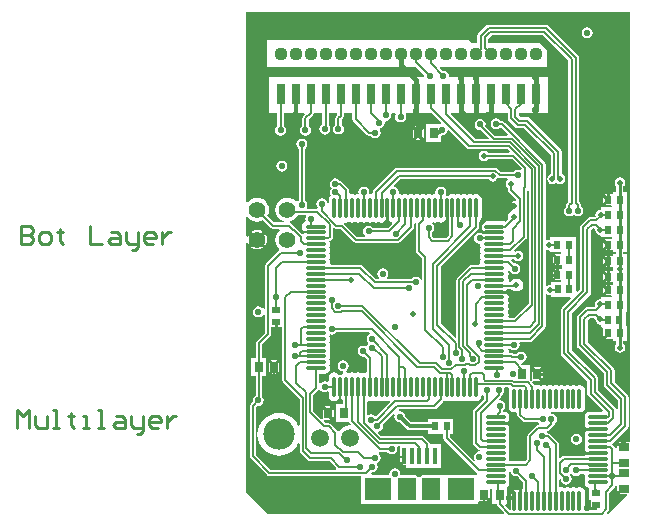
<source format=gbl>
G04*
G04 #@! TF.GenerationSoftware,Altium Limited,Altium Designer,20.2.6 (244)*
G04*
G04 Layer_Physical_Order=4*
G04 Layer_Color=16711680*
%FSLAX24Y24*%
%MOIN*%
G70*
G04*
G04 #@! TF.SameCoordinates,49DCD013-E9FA-4731-AA8E-B93FF918964A*
G04*
G04*
G04 #@! TF.FilePolarity,Positive*
G04*
G01*
G75*
%ADD11C,0.0098*%
%ADD12C,0.0079*%
%ADD15C,0.0100*%
%ADD16C,0.0120*%
%ADD19C,0.0080*%
%ADD21R,0.0256X0.0217*%
%ADD22C,0.0200*%
%ADD23R,0.0256X0.0354*%
%ADD32R,0.0354X0.0256*%
%ADD40R,0.0217X0.0256*%
%ADD58C,0.0060*%
%ADD61C,0.0150*%
%ADD62C,0.0440*%
%ADD63C,0.0550*%
%ADD64C,0.0591*%
%ADD65C,0.1050*%
%ADD66C,0.0220*%
G04:AMPARAMS|DCode=67|XSize=11.8mil|YSize=65mil|CornerRadius=1.9mil|HoleSize=0mil|Usage=FLASHONLY|Rotation=270.000|XOffset=0mil|YOffset=0mil|HoleType=Round|Shape=RoundedRectangle|*
%AMROUNDEDRECTD67*
21,1,0.0118,0.0611,0,0,270.0*
21,1,0.0079,0.0650,0,0,270.0*
1,1,0.0039,-0.0305,-0.0040*
1,1,0.0039,-0.0305,0.0040*
1,1,0.0039,0.0305,0.0040*
1,1,0.0039,0.0305,-0.0040*
%
%ADD67ROUNDEDRECTD67*%
G04:AMPARAMS|DCode=68|XSize=11.8mil|YSize=65mil|CornerRadius=1.9mil|HoleSize=0mil|Usage=FLASHONLY|Rotation=180.000|XOffset=0mil|YOffset=0mil|HoleType=Round|Shape=RoundedRectangle|*
%AMROUNDEDRECTD68*
21,1,0.0118,0.0611,0,0,180.0*
21,1,0.0079,0.0650,0,0,180.0*
1,1,0.0039,-0.0040,0.0305*
1,1,0.0039,0.0040,0.0305*
1,1,0.0039,0.0040,-0.0305*
1,1,0.0039,-0.0040,-0.0305*
%
%ADD68ROUNDEDRECTD68*%
%ADD69R,0.0300X0.0700*%
%ADD70O,0.0709X0.0118*%
%ADD71O,0.0118X0.0709*%
%ADD72R,0.0610X0.0748*%
%ADD73R,0.0906X0.0748*%
%ADD74R,0.0157X0.0551*%
G36*
X8500Y-5624D02*
X8539Y-5632D01*
X8797D01*
X8812Y-5682D01*
X8804Y-5687D01*
X8766Y-5744D01*
X8753Y-5810D01*
X8766Y-5876D01*
X8804Y-5933D01*
X8824Y-5946D01*
Y-6026D01*
X8832Y-6065D01*
X8854Y-6098D01*
X9096Y-6341D01*
X9093Y-6361D01*
X9039Y-6399D01*
X9029Y-6397D01*
X8970Y-6409D01*
X8963Y-6414D01*
X9064Y-6515D01*
X9029Y-6550D01*
X9064Y-6585D01*
X8949Y-6700D01*
X8943Y-6733D01*
X8870Y-6781D01*
X8822Y-6854D01*
X8805Y-6940D01*
X8817Y-7003D01*
X8739Y-7081D01*
X8731Y-7075D01*
X8661Y-7062D01*
X8071D01*
X8001Y-7075D01*
X7942Y-7115D01*
X7908Y-7166D01*
X7869Y-7161D01*
X7858Y-7157D01*
Y-7076D01*
X7885Y-7058D01*
X7925Y-6999D01*
X7938Y-6929D01*
Y-6339D01*
X7925Y-6269D01*
X7885Y-6209D01*
X7826Y-6170D01*
X7756Y-6156D01*
X7686Y-6170D01*
X7657Y-6189D01*
X7629Y-6170D01*
X7559Y-6156D01*
X7489Y-6170D01*
X7461Y-6189D01*
X7432Y-6170D01*
X7362Y-6156D01*
X7292Y-6170D01*
X7264Y-6189D01*
X7235Y-6170D01*
X7165Y-6156D01*
X7095Y-6170D01*
X7067Y-6189D01*
X7038Y-6170D01*
X6969Y-6156D01*
X6899Y-6170D01*
X6839Y-6209D01*
X6819Y-6239D01*
X6814Y-6236D01*
X6772Y-6227D01*
X6769Y-6228D01*
X6739Y-6183D01*
X6744Y-6175D01*
X6758Y-6105D01*
X6744Y-6035D01*
X6705Y-5975D01*
X6645Y-5935D01*
X6575Y-5921D01*
X6505Y-5935D01*
X6445Y-5975D01*
X6405Y-6035D01*
X6391Y-6105D01*
X6398Y-6136D01*
X6378Y-6156D01*
X6308Y-6170D01*
X6280Y-6189D01*
X6251Y-6170D01*
X6181Y-6156D01*
X6111Y-6170D01*
X6083Y-6189D01*
X6054Y-6170D01*
X5984Y-6156D01*
X5914Y-6170D01*
X5886Y-6189D01*
X5857Y-6170D01*
X5787Y-6156D01*
X5718Y-6170D01*
X5689Y-6189D01*
X5660Y-6170D01*
X5591Y-6156D01*
X5521Y-6170D01*
X5492Y-6189D01*
X5464Y-6170D01*
X5394Y-6156D01*
X5324Y-6170D01*
X5295Y-6189D01*
X5267Y-6170D01*
X5197Y-6156D01*
X5177Y-6136D01*
X5184Y-6105D01*
X5170Y-6035D01*
X5130Y-5975D01*
X5070Y-5935D01*
X5035Y-5928D01*
X5018Y-5874D01*
X5220Y-5672D01*
X8174D01*
X8187Y-5693D01*
X8244Y-5730D01*
X8310Y-5743D01*
X8376Y-5730D01*
X8433Y-5693D01*
X8470Y-5636D01*
X8500Y-5624D01*
X8500Y-5624D01*
D02*
G37*
G36*
X12895Y-14428D02*
X12521D01*
X12663Y-14571D01*
X12593Y-14642D01*
X12450Y-14499D01*
Y-14635D01*
X12400Y-14640D01*
X12397Y-14626D01*
X12375Y-14593D01*
X12308Y-14526D01*
X12304Y-14482D01*
X12309Y-14463D01*
X12808Y-13964D01*
X12808Y-13964D01*
X12832Y-13928D01*
X12840Y-13885D01*
X12840Y-13885D01*
Y-12933D01*
X12832Y-12890D01*
X12808Y-12854D01*
X12808Y-12854D01*
X12372Y-12418D01*
Y-12034D01*
X12372Y-12034D01*
X12363Y-11991D01*
X12339Y-11955D01*
X11482Y-11098D01*
Y-10376D01*
X11566Y-10292D01*
X11694D01*
X11729Y-10327D01*
X11727Y-10340D01*
X11740Y-10406D01*
X11777Y-10463D01*
X11834Y-10500D01*
X11900Y-10513D01*
X11915Y-10526D01*
Y-10595D01*
X11958D01*
X11995Y-10626D01*
X11995Y-10645D01*
Y-10911D01*
X12118Y-10789D01*
X12189Y-10859D01*
X12066Y-10982D01*
X12311Y-10982D01*
X12319Y-11029D01*
Y-11052D01*
X12425D01*
Y-11161D01*
X12390Y-11214D01*
X12377Y-11280D01*
X12390Y-11346D01*
X12427Y-11403D01*
X12484Y-11440D01*
X12550Y-11453D01*
X12616Y-11440D01*
X12673Y-11403D01*
X12710Y-11346D01*
X12723Y-11280D01*
X12710Y-11214D01*
X12673Y-11157D01*
X12668Y-11155D01*
Y-11052D01*
X12775D01*
Y-10556D01*
X12765D01*
Y-10099D01*
X12775Y-10098D01*
Y-9608D01*
Y-9163D01*
Y-8697D01*
X12775Y-8667D01*
X12775D01*
Y-8647D01*
X12775D01*
Y-8151D01*
X12668D01*
Y-8098D01*
X12775D01*
Y-7602D01*
X12775D01*
X12775Y-7598D01*
X12775D01*
Y-7102D01*
X12775D01*
X12775Y-7098D01*
X12775D01*
Y-6602D01*
X12775D01*
X12775Y-6598D01*
X12775D01*
Y-6102D01*
X12668D01*
Y-5905D01*
X12673Y-5903D01*
X12710Y-5846D01*
X12723Y-5780D01*
X12710Y-5714D01*
X12673Y-5657D01*
X12616Y-5620D01*
X12550Y-5607D01*
X12484Y-5620D01*
X12427Y-5657D01*
X12390Y-5714D01*
X12377Y-5780D01*
X12390Y-5846D01*
X12425Y-5899D01*
Y-6102D01*
X12319D01*
Y-6125D01*
X12311Y-6172D01*
X12269Y-6172D01*
X12066D01*
X12189Y-6295D01*
X12133Y-6350D01*
X12189Y-6405D01*
X12066Y-6528D01*
X12268Y-6528D01*
X12295Y-6578D01*
X12280Y-6601D01*
X12270Y-6602D01*
X11925D01*
Y-6664D01*
X11910Y-6677D01*
X11844Y-6690D01*
X11787Y-6727D01*
X11750Y-6784D01*
X11737Y-6850D01*
X11744Y-6888D01*
X11708Y-6930D01*
X11551D01*
X11509Y-6938D01*
X11472Y-6962D01*
X11472Y-6962D01*
X11251Y-7184D01*
X11227Y-7220D01*
X11218Y-7263D01*
X11218Y-7263D01*
Y-9338D01*
X11141Y-9415D01*
X11095Y-9396D01*
Y-9092D01*
X11085Y-9091D01*
Y-8595D01*
X11085D01*
Y-8595D01*
X11085D01*
Y-8099D01*
X11085D01*
Y-8098D01*
X11085D01*
Y-7602D01*
X10235D01*
Y-7656D01*
X10196Y-7688D01*
X10190Y-7687D01*
X10124Y-7700D01*
X10116Y-7705D01*
X10072Y-7681D01*
Y-5178D01*
X10064Y-5139D01*
X10042Y-5106D01*
X8714Y-3778D01*
X8714Y-3778D01*
X8684Y-3748D01*
X8651Y-3726D01*
X8612Y-3718D01*
X8578D01*
X8560Y-3690D01*
X8500Y-3650D01*
X8430Y-3636D01*
X8360Y-3650D01*
X8300Y-3690D01*
X8260Y-3750D01*
X8246Y-3820D01*
X8260Y-3890D01*
X8300Y-3950D01*
X8360Y-3990D01*
X8430Y-4004D01*
X8500Y-3990D01*
X8560Y-3950D01*
X8594Y-3946D01*
X8819Y-4172D01*
X8800Y-4218D01*
X8402D01*
X8065Y-3881D01*
X8074Y-3840D01*
X8060Y-3770D01*
X8020Y-3710D01*
X7960Y-3670D01*
X7890Y-3656D01*
X7820Y-3670D01*
X7760Y-3710D01*
X7720Y-3770D01*
X7706Y-3840D01*
X7720Y-3910D01*
X7760Y-3970D01*
X7820Y-4010D01*
X7890Y-4024D01*
X7914Y-4019D01*
X8188Y-4292D01*
X8169Y-4338D01*
X7742D01*
X6910Y-3506D01*
X6930Y-3460D01*
X8820D01*
Y-3637D01*
X8820Y-3637D01*
X8828Y-3680D01*
X8852Y-3716D01*
X9065Y-3929D01*
X9065Y-3929D01*
X9101Y-3953D01*
X9144Y-3962D01*
X9144Y-3962D01*
X9358D01*
X10248Y-4852D01*
Y-5497D01*
X10233Y-5500D01*
X10177Y-5537D01*
X10139Y-5594D01*
X10126Y-5660D01*
X10139Y-5726D01*
X10177Y-5783D01*
X10233Y-5820D01*
X10299Y-5833D01*
X10366Y-5820D01*
X10422Y-5783D01*
X10437D01*
X10493Y-5820D01*
X10559Y-5833D01*
X10626Y-5820D01*
X10682Y-5783D01*
X10720Y-5726D01*
X10733Y-5660D01*
X10720Y-5594D01*
X10682Y-5537D01*
X10626Y-5500D01*
X10610Y-5497D01*
Y-4749D01*
X10602Y-4706D01*
X10578Y-4670D01*
X9540Y-3632D01*
X9504Y-3608D01*
X9461Y-3600D01*
X9461Y-3600D01*
X9247D01*
X9182Y-3534D01*
Y-3460D01*
X10140D01*
Y-2260D01*
X6885D01*
X6853Y-2221D01*
X6854Y-2220D01*
X6840Y-2150D01*
X6800Y-2090D01*
X6740Y-2050D01*
X6670Y-2036D01*
X6637Y-2043D01*
X6550Y-1956D01*
X6570Y-1910D01*
X10135D01*
Y-1360D01*
X9885Y-1110D01*
X8162D01*
Y-986D01*
X8276Y-872D01*
X9984D01*
X10827Y-1714D01*
Y-6410D01*
X10781Y-6456D01*
X10757Y-6492D01*
X10748Y-6535D01*
X10748Y-6535D01*
Y-6576D01*
X10738Y-6583D01*
X10698Y-6643D01*
X10684Y-6713D01*
X10698Y-6783D01*
X10738Y-6843D01*
X10797Y-6883D01*
X10867Y-6897D01*
X10938Y-6883D01*
X10997Y-6843D01*
X11018D01*
X11077Y-6883D01*
X11147Y-6897D01*
X11218Y-6883D01*
X11277Y-6843D01*
X11317Y-6783D01*
X11331Y-6713D01*
X11317Y-6643D01*
X11277Y-6583D01*
X11259Y-6571D01*
Y-6522D01*
X11259Y-6522D01*
X11251Y-6480D01*
X11226Y-6443D01*
X11188Y-6405D01*
Y-1611D01*
X11188Y-1611D01*
X11180Y-1568D01*
X11156Y-1532D01*
X10166Y-542D01*
X10130Y-518D01*
X10087Y-510D01*
X10087Y-510D01*
X8173D01*
X8130Y-518D01*
X8094Y-542D01*
X8094Y-542D01*
X7832Y-804D01*
X7808Y-840D01*
X7800Y-883D01*
X7800Y-883D01*
Y-1110D01*
X7635D01*
X7535Y-1010D01*
X785D01*
Y-1910D01*
X5756D01*
X6033Y-2187D01*
X6026Y-2220D01*
X6027Y-2221D01*
X5995Y-2260D01*
X840D01*
Y-3460D01*
X1136D01*
Y-3890D01*
X1108Y-3908D01*
X1069Y-3968D01*
X1055Y-4038D01*
X1069Y-4108D01*
X1108Y-4168D01*
X1168Y-4208D01*
X1238Y-4222D01*
X1308Y-4208D01*
X1368Y-4168D01*
X1408Y-4108D01*
X1422Y-4038D01*
X1408Y-3968D01*
X1368Y-3908D01*
X1340Y-3890D01*
Y-3460D01*
X2020D01*
X2040Y-3506D01*
X1998Y-3548D01*
X1976Y-3581D01*
X1968Y-3620D01*
Y-3882D01*
X1940Y-3900D01*
X1900Y-3960D01*
X1886Y-4030D01*
X1900Y-4100D01*
X1940Y-4160D01*
X2000Y-4200D01*
X2070Y-4214D01*
X2140Y-4200D01*
X2200Y-4160D01*
X2240Y-4100D01*
X2254Y-4030D01*
X2240Y-3960D01*
X2200Y-3900D01*
X2172Y-3882D01*
Y-3662D01*
X2310Y-3524D01*
X2332Y-3491D01*
X2339Y-3460D01*
X2636D01*
Y-3839D01*
X2590Y-3870D01*
X2550Y-3930D01*
X2536Y-4000D01*
X2550Y-4070D01*
X2590Y-4130D01*
X2650Y-4170D01*
X2720Y-4184D01*
X2790Y-4170D01*
X2850Y-4130D01*
X2890Y-4070D01*
X2904Y-4000D01*
X2890Y-3930D01*
X2850Y-3870D01*
X2840Y-3864D01*
Y-3460D01*
X3135D01*
X3136Y-3510D01*
X3098Y-3548D01*
X3076Y-3581D01*
X3068Y-3620D01*
Y-3842D01*
X3040Y-3860D01*
X3000Y-3920D01*
X2986Y-3990D01*
X3000Y-4060D01*
X3040Y-4120D01*
X3100Y-4160D01*
X3170Y-4174D01*
X3240Y-4160D01*
X3300Y-4120D01*
X3340Y-4060D01*
X3354Y-3990D01*
X3340Y-3920D01*
X3300Y-3860D01*
X3272Y-3842D01*
Y-3662D01*
X3310Y-3624D01*
X3332Y-3591D01*
X3340Y-3552D01*
Y-3460D01*
X3636D01*
Y-3658D01*
X3644Y-3697D01*
X3666Y-3730D01*
X4118Y-4182D01*
X4151Y-4204D01*
X4190Y-4212D01*
X4242D01*
X4260Y-4240D01*
X4320Y-4280D01*
X4390Y-4294D01*
X4460Y-4280D01*
X4520Y-4240D01*
X4560Y-4180D01*
X4574Y-4110D01*
X4560Y-4040D01*
X4541Y-4012D01*
X4564Y-3957D01*
X4600Y-3950D01*
X4660Y-3910D01*
X4700Y-3850D01*
X4714Y-3780D01*
X4709Y-3755D01*
X4740Y-3724D01*
X4810Y-3710D01*
X4870Y-3670D01*
X4910Y-3610D01*
X4924Y-3540D01*
X4918Y-3510D01*
X4959Y-3460D01*
X5051D01*
X5074Y-3504D01*
X5070Y-3510D01*
X5056Y-3580D01*
X5070Y-3650D01*
X5110Y-3710D01*
X5170Y-3750D01*
X5240Y-3764D01*
X5310Y-3750D01*
X5370Y-3710D01*
X5410Y-3650D01*
X5424Y-3580D01*
X5410Y-3510D01*
X5406Y-3504D01*
X5429Y-3460D01*
X6276D01*
X6600Y-3784D01*
X6589Y-3828D01*
X6582Y-3837D01*
X6091D01*
Y-4431D01*
X6587D01*
Y-4230D01*
X6590Y-4228D01*
X6619Y-4198D01*
X6684Y-4185D01*
X6744Y-4146D01*
X6784Y-4086D01*
X6792Y-4046D01*
X6846Y-4030D01*
X7448Y-4632D01*
X7481Y-4654D01*
X7520Y-4662D01*
X8800D01*
X8880Y-4742D01*
X8861Y-4788D01*
X8156D01*
X8143Y-4767D01*
X8086Y-4730D01*
X8020Y-4717D01*
X7954Y-4730D01*
X7897Y-4767D01*
X7860Y-4824D01*
X7847Y-4890D01*
X7860Y-4956D01*
X7897Y-5013D01*
X7954Y-5050D01*
X8020Y-5063D01*
X8086Y-5050D01*
X8143Y-5013D01*
X8156Y-4992D01*
X8961D01*
X9272Y-5303D01*
X9268Y-5326D01*
X9259Y-5334D01*
X9213Y-5357D01*
X9160Y-5346D01*
X9090Y-5360D01*
X9030Y-5400D01*
X9012Y-5428D01*
X8581D01*
X8461Y-5308D01*
X8428Y-5286D01*
X8389Y-5278D01*
X5181D01*
X5178Y-5276D01*
X5139Y-5268D01*
X5100Y-5276D01*
X5067Y-5298D01*
X4337Y-6027D01*
X4315Y-6060D01*
X4307Y-6099D01*
Y-6131D01*
X4257Y-6165D01*
X4213Y-6156D01*
X4193Y-6136D01*
X4199Y-6105D01*
X4185Y-6035D01*
X4146Y-5975D01*
X4086Y-5935D01*
X4016Y-5921D01*
X3946Y-5935D01*
X3886Y-5975D01*
X3846Y-6035D01*
X3832Y-6105D01*
X3839Y-6136D01*
X3819Y-6156D01*
X3749Y-6170D01*
X3720Y-6189D01*
X3692Y-6170D01*
X3622Y-6156D01*
X3577Y-6165D01*
X3527Y-6131D01*
Y-6025D01*
X3519Y-5986D01*
X3497Y-5953D01*
X3292Y-5748D01*
X3259Y-5726D01*
X3220Y-5718D01*
X3218D01*
X3200Y-5690D01*
X3140Y-5650D01*
X3070Y-5636D01*
X3000Y-5650D01*
X2940Y-5690D01*
X2900Y-5750D01*
X2886Y-5820D01*
X2900Y-5890D01*
X2940Y-5950D01*
Y-5970D01*
X2900Y-6030D01*
X2886Y-6100D01*
X2900Y-6170D01*
X2908Y-6181D01*
X2902Y-6209D01*
X2863Y-6269D01*
X2849Y-6339D01*
Y-6462D01*
X2799Y-6467D01*
X2790Y-6420D01*
X2750Y-6360D01*
X2690Y-6320D01*
X2620Y-6306D01*
X2550Y-6320D01*
X2490Y-6360D01*
X2450Y-6420D01*
X2436Y-6490D01*
X2450Y-6560D01*
X2477Y-6601D01*
X2469Y-6623D01*
X2449Y-6648D01*
X2134D01*
X2108Y-6598D01*
X2120Y-6580D01*
X2134Y-6510D01*
X2120Y-6440D01*
X2080Y-6380D01*
X2052Y-6362D01*
Y-4648D01*
X2080Y-4630D01*
X2120Y-4570D01*
X2134Y-4500D01*
X2120Y-4430D01*
X2080Y-4370D01*
X2020Y-4330D01*
X1950Y-4316D01*
X1880Y-4330D01*
X1820Y-4370D01*
X1780Y-4430D01*
X1766Y-4500D01*
X1780Y-4570D01*
X1820Y-4630D01*
X1848Y-4648D01*
Y-6362D01*
X1820Y-6380D01*
X1806Y-6401D01*
X1745Y-6403D01*
X1738Y-6395D01*
X1656Y-6332D01*
X1560Y-6292D01*
X1457Y-6279D01*
X1354Y-6292D01*
X1257Y-6332D01*
X1175Y-6395D01*
X1112Y-6478D01*
X1072Y-6574D01*
X1058Y-6677D01*
X1072Y-6780D01*
X1112Y-6876D01*
X1175Y-6959D01*
X1257Y-7022D01*
X1344Y-7058D01*
X1334Y-7108D01*
X1032D01*
X801Y-6877D01*
X802Y-6876D01*
X842Y-6780D01*
X855Y-6677D01*
X842Y-6574D01*
X802Y-6478D01*
X738Y-6395D01*
X656Y-6332D01*
X560Y-6292D01*
X457Y-6279D01*
X354Y-6292D01*
X257Y-6332D01*
X175Y-6395D01*
X147Y-6432D01*
X97Y-6415D01*
Y-97D01*
X12895D01*
Y-14428D01*
D02*
G37*
G36*
X6729Y-7032D02*
X6772Y-7040D01*
X6814Y-7032D01*
X6819Y-7028D01*
X6839Y-7058D01*
X6867Y-7076D01*
Y-7517D01*
X6769Y-7615D01*
X6341D01*
X6283Y-7556D01*
Y-7432D01*
X6311Y-7413D01*
X6351Y-7354D01*
X6365Y-7283D01*
X6351Y-7213D01*
X6311Y-7154D01*
X6302Y-7147D01*
X6321Y-7100D01*
X6378Y-7112D01*
X6448Y-7098D01*
X6476Y-7079D01*
X6505Y-7098D01*
X6575Y-7112D01*
X6645Y-7098D01*
X6704Y-7058D01*
X6724Y-7028D01*
X6729Y-7032D01*
D02*
G37*
G36*
X4761D02*
X4803Y-7040D01*
X4846Y-7032D01*
X4851Y-7028D01*
X4871Y-7058D01*
X4930Y-7098D01*
X4944Y-7101D01*
X4961Y-7155D01*
X4816Y-7300D01*
X4322D01*
X4303Y-7272D01*
X4243Y-7232D01*
X4173Y-7218D01*
X4103Y-7232D01*
X4043Y-7272D01*
X4004Y-7331D01*
X3990Y-7402D01*
X4004Y-7472D01*
X4041Y-7528D01*
X4038Y-7544D01*
X4024Y-7578D01*
X3793D01*
X3365Y-7151D01*
X3390Y-7105D01*
X3425Y-7112D01*
X3495Y-7098D01*
X3524Y-7079D01*
X3552Y-7098D01*
X3622Y-7112D01*
X3692Y-7098D01*
X3720Y-7079D01*
X3749Y-7098D01*
X3819Y-7112D01*
X3889Y-7098D01*
X3917Y-7079D01*
X3946Y-7098D01*
X4016Y-7112D01*
X4086Y-7098D01*
X4114Y-7079D01*
X4143Y-7098D01*
X4213Y-7112D01*
X4282Y-7098D01*
X4311Y-7079D01*
X4340Y-7098D01*
X4409Y-7112D01*
X4479Y-7098D01*
X4508Y-7079D01*
X4536Y-7098D01*
X4606Y-7112D01*
X4676Y-7098D01*
X4735Y-7058D01*
X4755Y-7028D01*
X4761Y-7032D01*
D02*
G37*
G36*
X7901Y-7306D02*
X7902Y-7314D01*
X7942Y-7373D01*
X7972Y-7393D01*
X7968Y-7398D01*
X7963Y-7425D01*
X7955Y-7443D01*
X7913Y-7462D01*
X7874Y-7454D01*
X7804Y-7468D01*
X7744Y-7508D01*
X7704Y-7568D01*
X7690Y-7638D01*
X7704Y-7708D01*
X7744Y-7768D01*
X7804Y-7807D01*
X7841Y-7815D01*
X7888Y-7835D01*
X7902Y-7905D01*
X7921Y-7933D01*
X7902Y-7962D01*
X7888Y-8031D01*
X7902Y-8101D01*
X7921Y-8130D01*
X7902Y-8158D01*
X7888Y-8228D01*
X7902Y-8298D01*
X7921Y-8327D01*
X7902Y-8355D01*
X7888Y-8425D01*
X7897Y-8470D01*
X7863Y-8520D01*
X7598D01*
X7559Y-8528D01*
X7526Y-8550D01*
X7128Y-8948D01*
X7106Y-8981D01*
X7098Y-9020D01*
Y-10929D01*
X7052Y-10948D01*
X6572Y-10468D01*
Y-8592D01*
X7828Y-7336D01*
X7849Y-7304D01*
X7855Y-7303D01*
X7901Y-7306D01*
D02*
G37*
G36*
X2099Y-6902D02*
X2080Y-6930D01*
X2066Y-7000D01*
X2071Y-7022D01*
X2056Y-7075D01*
X2037Y-7088D01*
X2037Y-7088D01*
X2033Y-7091D01*
X1997Y-7115D01*
X1957Y-7174D01*
X1943Y-7244D01*
X1957Y-7314D01*
X1997Y-7373D01*
X2027Y-7393D01*
X2023Y-7398D01*
X2015Y-7441D01*
X2019Y-7465D01*
X1974Y-7489D01*
X1961Y-7477D01*
X1762Y-7278D01*
X1729Y-7256D01*
X1714Y-7253D01*
X1599Y-7138D01*
X1566Y-7116D01*
X1553Y-7113D01*
X1555Y-7063D01*
X1560Y-7062D01*
X1656Y-7022D01*
X1738Y-6959D01*
X1802Y-6876D01*
X1812Y-6852D01*
X2072D01*
X2099Y-6902D01*
D02*
G37*
G36*
X5760Y-7151D02*
X5758Y-7160D01*
Y-8060D01*
X5766Y-8099D01*
X5788Y-8132D01*
X5968Y-8312D01*
Y-9011D01*
X5922Y-9028D01*
X5918Y-9028D01*
X5880Y-8970D01*
X5820Y-8930D01*
X5750Y-8916D01*
X5680Y-8930D01*
X5620Y-8970D01*
X5602Y-8998D01*
X4792D01*
X4775Y-8949D01*
X4815Y-8889D01*
X4829Y-8819D01*
X4815Y-8749D01*
X4775Y-8689D01*
X4716Y-8649D01*
X4646Y-8635D01*
X4575Y-8649D01*
X4516Y-8689D01*
X4476Y-8749D01*
X4462Y-8819D01*
X4476Y-8889D01*
X4516Y-8949D01*
X4500Y-8998D01*
X4422D01*
X3974Y-8550D01*
X3941Y-8528D01*
X3902Y-8520D01*
X2924D01*
X2890Y-8470D01*
X2899Y-8425D01*
X2885Y-8355D01*
X2866Y-8327D01*
X2885Y-8298D01*
X2899Y-8228D01*
X2885Y-8158D01*
X2866Y-8130D01*
X2885Y-8101D01*
X2899Y-8031D01*
X2885Y-7962D01*
X2866Y-7933D01*
X2885Y-7905D01*
X2899Y-7835D01*
X2885Y-7765D01*
X2866Y-7736D01*
X2875Y-7723D01*
X2894Y-7710D01*
X2955Y-7650D01*
X2977Y-7617D01*
X2984Y-7578D01*
Y-7301D01*
X3002Y-7293D01*
X3034Y-7285D01*
X3063Y-7304D01*
X3102Y-7312D01*
X3238D01*
X3678Y-7752D01*
X3711Y-7775D01*
X3750Y-7782D01*
X5162D01*
X5201Y-7775D01*
X5234Y-7752D01*
X5663Y-7323D01*
X5685Y-7290D01*
X5693Y-7251D01*
Y-7167D01*
X5743Y-7140D01*
X5760Y-7151D01*
D02*
G37*
G36*
X175Y-6959D02*
X257Y-7022D01*
X354Y-7062D01*
X457Y-7076D01*
X560Y-7062D01*
X656Y-7022D01*
X657Y-7021D01*
X917Y-7282D01*
X951Y-7304D01*
X990Y-7312D01*
X1202D01*
X1219Y-7362D01*
X1175Y-7395D01*
X1112Y-7478D01*
X1072Y-7574D01*
X1058Y-7677D01*
X1072Y-7780D01*
X1112Y-7876D01*
X1175Y-7959D01*
X1199Y-7977D01*
X1198Y-8038D01*
X1197Y-8039D01*
X748Y-8488D01*
X726Y-8521D01*
X718Y-8560D01*
Y-9971D01*
X709Y-9978D01*
X641Y-9967D01*
X632Y-9952D01*
X572Y-9912D01*
X502Y-9898D01*
X432Y-9912D01*
X372Y-9952D01*
X332Y-10012D01*
X318Y-10082D01*
X332Y-10152D01*
X372Y-10212D01*
X432Y-10252D01*
X502Y-10266D01*
X572Y-10252D01*
X632Y-10212D01*
X641Y-10197D01*
X709Y-10186D01*
X718Y-10193D01*
Y-10778D01*
X440Y-11056D01*
X418Y-11089D01*
X410Y-11128D01*
Y-11632D01*
X264D01*
Y-12226D01*
X410D01*
Y-12884D01*
X370Y-12910D01*
X330Y-12970D01*
X316Y-13040D01*
X323Y-13073D01*
X243Y-13153D01*
X221Y-13186D01*
X213Y-13225D01*
Y-14895D01*
X221Y-14934D01*
X243Y-14967D01*
X798Y-15522D01*
X831Y-15544D01*
X870Y-15552D01*
X3915D01*
Y-16498D01*
X7817D01*
Y-16440D01*
X7854Y-16408D01*
X7867Y-16408D01*
X8139D01*
X7996Y-16266D01*
X8067Y-16195D01*
X8209Y-16338D01*
X8209Y-15980D01*
X8259Y-15959D01*
X8295Y-15982D01*
Y-16478D01*
X8441D01*
Y-16493D01*
X8449Y-16532D01*
X8471Y-16565D01*
X8692Y-16786D01*
X8673Y-16832D01*
X819D01*
X97Y-16110D01*
Y-7788D01*
X147Y-7778D01*
X173Y-7841D01*
X194Y-7869D01*
X386Y-7677D01*
X194Y-7485D01*
X173Y-7513D01*
X147Y-7576D01*
X97Y-7566D01*
Y-6939D01*
X147Y-6922D01*
X175Y-6959D01*
D02*
G37*
G36*
X9508Y-6070D02*
Y-9801D01*
X9011Y-10298D01*
X8913D01*
X8881Y-10292D01*
X8869D01*
X8835Y-10242D01*
X8844Y-10197D01*
X8830Y-10127D01*
X8811Y-10098D01*
X8830Y-10070D01*
X8844Y-10000D01*
X8830Y-9930D01*
X8811Y-9902D01*
X8830Y-9873D01*
X8844Y-9803D01*
X8830Y-9733D01*
X8811Y-9705D01*
X8830Y-9676D01*
X8844Y-9606D01*
X8830Y-9536D01*
X8791Y-9477D01*
X8761Y-9457D01*
X8764Y-9452D01*
X8773Y-9409D01*
X8764Y-9367D01*
X8761Y-9362D01*
X8791Y-9342D01*
X8809Y-9315D01*
X8912D01*
X8941Y-9359D01*
X9014Y-9407D01*
X9100Y-9424D01*
X9186Y-9407D01*
X9259Y-9359D01*
X9307Y-9286D01*
X9324Y-9200D01*
X9307Y-9114D01*
X9259Y-9041D01*
X9186Y-8993D01*
X9100Y-8976D01*
X9014Y-8993D01*
X8941Y-9041D01*
X8911Y-9087D01*
X8873Y-9087D01*
X8839Y-9043D01*
X8844Y-9016D01*
X8830Y-8946D01*
X8811Y-8917D01*
X8830Y-8889D01*
X8844Y-8819D01*
X8830Y-8749D01*
X8830Y-8749D01*
X8836Y-8737D01*
X8839Y-8736D01*
X8892Y-8737D01*
X8920Y-8780D01*
X8980Y-8820D01*
X9050Y-8834D01*
X9120Y-8820D01*
X9180Y-8780D01*
X9220Y-8720D01*
X9234Y-8650D01*
X9220Y-8580D01*
X9180Y-8520D01*
X9120Y-8480D01*
X9050Y-8466D01*
X9017Y-8473D01*
X8924Y-8380D01*
X8945Y-8330D01*
X9023D01*
X9037Y-8353D01*
X9094Y-8390D01*
X9160Y-8403D01*
X9226Y-8390D01*
X9283Y-8353D01*
X9320Y-8296D01*
X9333Y-8230D01*
X9320Y-8164D01*
X9283Y-8107D01*
X9226Y-8070D01*
X9160Y-8057D01*
X9094Y-8070D01*
X9059Y-8093D01*
X9053Y-8092D01*
X9037Y-8037D01*
X9422Y-7652D01*
X9444Y-7619D01*
X9452Y-7580D01*
Y-6048D01*
X9458Y-6043D01*
X9508Y-6070D01*
D02*
G37*
G36*
X10124Y-8020D02*
X10190Y-8033D01*
X10196Y-8032D01*
X10235Y-8064D01*
Y-8098D01*
X10579D01*
X10589Y-8098D01*
X10603Y-8119D01*
X10580Y-8167D01*
X10577Y-8169D01*
X10376D01*
X10498Y-8292D01*
X10443Y-8347D01*
X10498Y-8402D01*
X10376Y-8525D01*
X10621Y-8525D01*
X10625Y-8546D01*
X10629Y-8595D01*
X10629Y-8595D01*
X10625Y-8644D01*
X10621Y-8665D01*
X10579Y-8665D01*
X10376D01*
X10498Y-8788D01*
X10443Y-8843D01*
X10498Y-8898D01*
X10376Y-9021D01*
X10577Y-9021D01*
X10603Y-9071D01*
X10589Y-9092D01*
X10579Y-9092D01*
X10245D01*
Y-9164D01*
X10230Y-9177D01*
X10164Y-9190D01*
X10122Y-9218D01*
X10072Y-9197D01*
Y-8039D01*
X10116Y-8015D01*
X10124Y-8020D01*
D02*
G37*
G36*
X11697Y-7305D02*
X11728Y-7343D01*
X11727Y-7350D01*
X11740Y-7416D01*
X11777Y-7473D01*
X11834Y-7510D01*
X11900Y-7523D01*
X11925Y-7544D01*
Y-7598D01*
X12270D01*
X12280Y-7599D01*
X12295Y-7622D01*
X12269Y-7672D01*
X12066D01*
X12189Y-7795D01*
X12133Y-7850D01*
X12189Y-7905D01*
X12066Y-8028D01*
X12311Y-8028D01*
X12319Y-8075D01*
Y-8098D01*
X12425D01*
Y-8151D01*
X12319D01*
Y-8174D01*
X12311Y-8221D01*
X12269Y-8221D01*
X12066D01*
X12189Y-8344D01*
X12133Y-8399D01*
X12189Y-8454D01*
X12066Y-8577D01*
X12311Y-8577D01*
X12315Y-8598D01*
X12319Y-8647D01*
X12319Y-8667D01*
X12315Y-8715D01*
X12311Y-8737D01*
X12269Y-8737D01*
X12066D01*
X12189Y-8860D01*
X12133Y-8915D01*
X12189Y-8970D01*
X12066Y-9093D01*
X12306Y-9093D01*
X12318Y-9140D01*
X12314Y-9165D01*
X12277Y-9182D01*
X12066D01*
X12189Y-9305D01*
X12133Y-9360D01*
X12189Y-9415D01*
X12066Y-9538D01*
X12261Y-9538D01*
X12286Y-9588D01*
X12275Y-9602D01*
X11925D01*
Y-9638D01*
X11890Y-9667D01*
X11824Y-9680D01*
X11767Y-9717D01*
X11730Y-9774D01*
X11717Y-9840D01*
X11728Y-9896D01*
X11694Y-9930D01*
X11463D01*
X11463Y-9930D01*
X11420Y-9938D01*
X11384Y-9962D01*
X11152Y-10194D01*
X11128Y-10230D01*
X11120Y-10273D01*
X11120Y-10273D01*
Y-11201D01*
X11120Y-11201D01*
X11128Y-11244D01*
X11152Y-11280D01*
X12010Y-12137D01*
Y-12521D01*
X12010Y-12521D01*
X12018Y-12564D01*
X12042Y-12600D01*
X12478Y-13036D01*
Y-13330D01*
X12428Y-13335D01*
X12423Y-13307D01*
X12399Y-13271D01*
X12399Y-13271D01*
X11832Y-12704D01*
Y-12304D01*
X11832Y-12304D01*
X11823Y-12261D01*
X11799Y-12225D01*
X10942Y-11368D01*
Y-10126D01*
X11548Y-9520D01*
X11548Y-9520D01*
X11572Y-9484D01*
X11580Y-9441D01*
X11580Y-9441D01*
Y-7366D01*
X11644Y-7303D01*
X11697Y-7305D01*
D02*
G37*
G36*
X4206Y-10784D02*
X4207Y-10787D01*
X4192Y-10849D01*
X4160Y-10870D01*
X4120Y-10930D01*
X4106Y-11000D01*
X4120Y-11070D01*
X4141Y-11100D01*
X4150Y-11150D01*
X4113Y-11206D01*
X4101Y-11217D01*
X4064Y-11233D01*
X4060Y-11230D01*
X3990Y-11216D01*
X3920Y-11230D01*
X3860Y-11270D01*
X3820Y-11330D01*
X3806Y-11400D01*
X3820Y-11470D01*
X3860Y-11530D01*
X3920Y-11570D01*
X3990Y-11584D01*
X4023Y-11577D01*
X4111Y-11665D01*
Y-12076D01*
X4061Y-12110D01*
X4016Y-12101D01*
X3946Y-12115D01*
X3917Y-12134D01*
X3889Y-12115D01*
X3819Y-12101D01*
X3749Y-12115D01*
X3720Y-12134D01*
X3692Y-12115D01*
X3622Y-12101D01*
X3552Y-12115D01*
X3524Y-12134D01*
X3495Y-12115D01*
X3427Y-12101D01*
X3423Y-12095D01*
X3410Y-12053D01*
X3460Y-12020D01*
X3500Y-11960D01*
X3514Y-11890D01*
X3500Y-11820D01*
X3460Y-11760D01*
X3400Y-11720D01*
X3330Y-11706D01*
X3260Y-11720D01*
X3200Y-11760D01*
X3160Y-11820D01*
X3146Y-11890D01*
X3160Y-11960D01*
X3200Y-12020D01*
X3260Y-12060D01*
X3328Y-12073D01*
X3332Y-12080D01*
X3345Y-12121D01*
X3296Y-12154D01*
X3276Y-12184D01*
X3271Y-12181D01*
X3228Y-12172D01*
X3186Y-12181D01*
X3181Y-12184D01*
X3161Y-12154D01*
X3101Y-12115D01*
X3031Y-12101D01*
X2962Y-12115D01*
X2902Y-12154D01*
X2863Y-12214D01*
X2849Y-12283D01*
Y-12396D01*
X2799Y-12423D01*
X2780Y-12410D01*
X2710Y-12396D01*
X2640Y-12410D01*
X2580Y-12450D01*
X2573Y-12461D01*
X2523Y-12446D01*
Y-12151D01*
X2717D01*
X2786Y-12137D01*
X2846Y-12098D01*
X2885Y-12038D01*
X2899Y-11968D01*
X2885Y-11899D01*
X2866Y-11870D01*
X2885Y-11842D01*
X2899Y-11772D01*
X2885Y-11702D01*
X2866Y-11673D01*
X2885Y-11645D01*
X2899Y-11575D01*
X2885Y-11505D01*
X2866Y-11476D01*
X2885Y-11448D01*
X2899Y-11378D01*
X2885Y-11308D01*
X2866Y-11280D01*
X2885Y-11251D01*
X2899Y-11181D01*
X2885Y-11111D01*
X2866Y-11083D01*
X2885Y-11054D01*
X2899Y-10984D01*
X2885Y-10914D01*
X2866Y-10886D01*
X2885Y-10857D01*
X2888Y-10841D01*
X2950Y-10854D01*
X3020Y-10840D01*
X3080Y-10800D01*
X3098Y-10772D01*
X4198D01*
X4206Y-10784D01*
D02*
G37*
G36*
X10164Y-9510D02*
X10230Y-9523D01*
X10245Y-9536D01*
Y-9588D01*
X10903D01*
X10922Y-9634D01*
X10612Y-9944D01*
X10588Y-9980D01*
X10580Y-10023D01*
X10580Y-10023D01*
Y-11471D01*
X10580Y-11471D01*
X10588Y-11514D01*
X10612Y-11550D01*
X11470Y-12407D01*
Y-12811D01*
X11470Y-12811D01*
X11478Y-12854D01*
X11502Y-12890D01*
X11987Y-13374D01*
X11968Y-13421D01*
X11516D01*
X11461Y-13431D01*
X11415Y-13462D01*
X11384Y-13508D01*
X11373Y-13563D01*
Y-13642D01*
X11384Y-13696D01*
X11387Y-13701D01*
X11384Y-13705D01*
X11373Y-13760D01*
Y-13839D01*
X11384Y-13893D01*
X11415Y-13939D01*
X11445Y-13959D01*
Y-14033D01*
X11415Y-14053D01*
X11384Y-14099D01*
X11373Y-14153D01*
Y-14232D01*
X11384Y-14287D01*
X11387Y-14291D01*
X11384Y-14296D01*
X11373Y-14350D01*
Y-14429D01*
X11384Y-14484D01*
X11387Y-14488D01*
X11384Y-14493D01*
X11373Y-14547D01*
Y-14626D01*
X11384Y-14681D01*
X11415Y-14727D01*
X11445Y-14747D01*
Y-14820D01*
X11415Y-14840D01*
X11389Y-14878D01*
X10690D01*
X10651Y-14886D01*
X10618Y-14908D01*
X10562Y-14964D01*
X10515Y-14945D01*
Y-14503D01*
X10508Y-14464D01*
X10485Y-14431D01*
X10222Y-14168D01*
X10189Y-14146D01*
X10150Y-14138D01*
X10127D01*
X10107Y-14111D01*
X10116Y-14080D01*
X10127Y-14059D01*
X10160Y-14053D01*
X10194Y-14031D01*
X10342Y-13882D01*
X10364Y-13849D01*
X10372Y-13810D01*
Y-13808D01*
X10400Y-13790D01*
X10440Y-13730D01*
X10454Y-13660D01*
X10440Y-13590D01*
X10400Y-13530D01*
X10340Y-13490D01*
X10270Y-13476D01*
X10264Y-13428D01*
X10311Y-13419D01*
X10315Y-13416D01*
X10319Y-13419D01*
X10374Y-13430D01*
X10453D01*
X10507Y-13419D01*
X10512Y-13416D01*
X10516Y-13419D01*
X10571Y-13430D01*
X10650D01*
X10704Y-13419D01*
X10709Y-13416D01*
X10713Y-13419D01*
X10768Y-13430D01*
X10847D01*
X10901Y-13419D01*
X10906Y-13416D01*
X10910Y-13419D01*
X10964Y-13430D01*
X11043D01*
X11098Y-13419D01*
X11102Y-13416D01*
X11107Y-13419D01*
X11161Y-13430D01*
X11240D01*
X11295Y-13419D01*
X11341Y-13388D01*
X11372Y-13342D01*
X11383Y-13288D01*
Y-12677D01*
X11372Y-12623D01*
X11341Y-12576D01*
X11295Y-12546D01*
X11240Y-12535D01*
X11161D01*
X11107Y-12546D01*
X11102Y-12549D01*
X11098Y-12546D01*
X11043Y-12535D01*
X10964D01*
X10910Y-12546D01*
X10906Y-12549D01*
X10901Y-12546D01*
X10847Y-12535D01*
X10768D01*
X10713Y-12546D01*
X10709Y-12549D01*
X10704Y-12546D01*
X10650Y-12535D01*
X10571D01*
X10516Y-12546D01*
X10512Y-12549D01*
X10507Y-12546D01*
X10453Y-12535D01*
X10374D01*
X10319Y-12546D01*
X10315Y-12549D01*
X10311Y-12546D01*
X10256Y-12535D01*
X10177D01*
X10123Y-12546D01*
X10118Y-12549D01*
X10114Y-12546D01*
X10059Y-12535D01*
X9980D01*
X9926Y-12546D01*
X9921Y-12549D01*
X9917Y-12546D01*
X9862Y-12535D01*
X9783D01*
X9771Y-12537D01*
X9722Y-12537D01*
X9699Y-12505D01*
X9698Y-12504D01*
X9637Y-12443D01*
X9657Y-12393D01*
X9658Y-12393D01*
Y-12393D01*
X9662Y-12393D01*
X9910D01*
X9768Y-12250D01*
X9839Y-12179D01*
X9981Y-12322D01*
Y-12009D01*
X9839Y-12151D01*
X9803Y-12116D01*
X9768Y-12151D01*
X9625Y-12009D01*
X9625Y-12356D01*
Y-12359D01*
D01*
X9625Y-12360D01*
X9620Y-12363D01*
X9578Y-12380D01*
X9563Y-12369D01*
X9562Y-12368D01*
X9557Y-12365D01*
X9539Y-12352D01*
Y-11868D01*
X9297D01*
X9259Y-11830D01*
X9279Y-11780D01*
X9330Y-11770D01*
X9390Y-11730D01*
X9430Y-11670D01*
X9444Y-11600D01*
X9430Y-11530D01*
X9390Y-11470D01*
X9330Y-11430D01*
X9260Y-11416D01*
X9190Y-11430D01*
X9130Y-11470D01*
X9118Y-11488D01*
X9003D01*
X8978Y-11471D01*
X8935Y-11463D01*
X8935Y-11463D01*
X8876D01*
X8837Y-11413D01*
X8844Y-11378D01*
X8835Y-11333D01*
X8841Y-11325D01*
X8891Y-11311D01*
X8951Y-11351D01*
X9021Y-11365D01*
X9091Y-11351D01*
X9151Y-11311D01*
X9191Y-11251D01*
X9205Y-11181D01*
X9196Y-11136D01*
X9230Y-11086D01*
X9540D01*
X9579Y-11078D01*
X9612Y-11056D01*
X10042Y-10626D01*
X10064Y-10593D01*
X10072Y-10554D01*
Y-9503D01*
X10122Y-9482D01*
X10164Y-9510D01*
D02*
G37*
G36*
X8008Y-12879D02*
Y-13018D01*
X7688Y-13338D01*
X7666Y-13371D01*
X7658Y-13410D01*
Y-14470D01*
X7666Y-14509D01*
X7688Y-14542D01*
X7805Y-14659D01*
X7838Y-14681D01*
X7875Y-14688D01*
X7870Y-14736D01*
X7800Y-14750D01*
X7740Y-14790D01*
X7700Y-14850D01*
X7686Y-14920D01*
X7700Y-14990D01*
X7731Y-15036D01*
X7692Y-15068D01*
X6874Y-14249D01*
Y-14146D01*
X7000D01*
Y-13650D01*
X6150D01*
Y-13765D01*
X5593D01*
X5403Y-13575D01*
X5390Y-13510D01*
X5350Y-13450D01*
X5290Y-13410D01*
X5220Y-13396D01*
X5214Y-13398D01*
X5183Y-13353D01*
X5190Y-13342D01*
X6340D01*
X6379Y-13334D01*
X6412Y-13312D01*
X6647Y-13077D01*
X6669Y-13044D01*
X6720Y-13046D01*
X6772Y-13057D01*
X6842Y-13043D01*
X6870Y-13024D01*
X6899Y-13043D01*
X6969Y-13057D01*
X7038Y-13043D01*
X7067Y-13024D01*
X7095Y-13043D01*
X7165Y-13057D01*
X7235Y-13043D01*
X7264Y-13024D01*
X7292Y-13043D01*
X7362Y-13057D01*
X7432Y-13043D01*
X7461Y-13024D01*
X7489Y-13043D01*
X7559Y-13057D01*
X7629Y-13043D01*
X7657Y-13024D01*
X7686Y-13043D01*
X7756Y-13057D01*
X7826Y-13043D01*
X7885Y-13003D01*
X7925Y-12944D01*
X7936Y-12888D01*
X7970Y-12868D01*
X7988Y-12865D01*
X8008Y-12879D01*
D02*
G37*
G36*
X4733Y-13043D02*
X4803Y-13057D01*
X4873Y-13043D01*
X4902Y-13081D01*
X4902Y-13084D01*
X4432Y-13553D01*
X4400Y-13550D01*
X4340Y-13510D01*
X4270Y-13496D01*
X4200Y-13510D01*
X4168Y-13532D01*
X4118Y-13505D01*
Y-13082D01*
X4168Y-13048D01*
X4213Y-13057D01*
X4282Y-13043D01*
X4311Y-13024D01*
X4340Y-13043D01*
X4409Y-13057D01*
X4479Y-13043D01*
X4508Y-13024D01*
X4536Y-13043D01*
X4606Y-13057D01*
X4676Y-13043D01*
X4705Y-13024D01*
X4733Y-13043D01*
D02*
G37*
G36*
X1280Y-10591D02*
X1298Y-10634D01*
Y-12370D01*
X1306Y-12409D01*
X1328Y-12442D01*
X1878Y-12992D01*
Y-13864D01*
X1828Y-13876D01*
X1775Y-13777D01*
X1686Y-13668D01*
X1578Y-13580D01*
X1454Y-13514D01*
X1320Y-13473D01*
X1181Y-13459D01*
X1042Y-13473D01*
X908Y-13514D01*
X784Y-13580D01*
X676Y-13668D01*
X587Y-13777D01*
X521Y-13900D01*
X481Y-14034D01*
X467Y-14173D01*
X481Y-14313D01*
X521Y-14446D01*
X587Y-14570D01*
X676Y-14678D01*
X784Y-14767D01*
X908Y-14833D01*
X1042Y-14873D01*
X1181Y-14887D01*
X1320Y-14873D01*
X1454Y-14833D01*
X1578Y-14767D01*
X1686Y-14678D01*
X1775Y-14570D01*
X1828Y-14470D01*
X1878Y-14483D01*
Y-14730D01*
X1886Y-14769D01*
X1908Y-14802D01*
X2148Y-15042D01*
X2181Y-15064D01*
X2220Y-15072D01*
X2878D01*
X3104Y-15298D01*
X3083Y-15348D01*
X912D01*
X417Y-14853D01*
Y-13267D01*
X467Y-13217D01*
X500Y-13224D01*
X570Y-13210D01*
X630Y-13170D01*
X670Y-13110D01*
X684Y-13040D01*
X670Y-12970D01*
X630Y-12910D01*
X614Y-12900D01*
Y-12226D01*
X760D01*
Y-11632D01*
X614D01*
Y-11170D01*
X892Y-10892D01*
X914Y-10859D01*
X922Y-10820D01*
Y-10640D01*
X924Y-10591D01*
X972Y-10591D01*
X1280Y-10591D01*
D02*
G37*
G36*
X2562Y-12682D02*
X2580Y-12710D01*
X2640Y-12750D01*
X2710Y-12764D01*
X2780Y-12750D01*
X2799Y-12737D01*
X2849Y-12764D01*
Y-12874D01*
X2863Y-12944D01*
X2902Y-13003D01*
X2962Y-13043D01*
X3031Y-13057D01*
X3101Y-13043D01*
X3161Y-13003D01*
X3181Y-12973D01*
X3186Y-12977D01*
X3228Y-12985D01*
X3271Y-12977D01*
X3276Y-12973D01*
X3296Y-13003D01*
X3323Y-13021D01*
Y-13163D01*
X3094D01*
Y-13757D01*
X3525D01*
X3528Y-13770D01*
X3550Y-13804D01*
X3575Y-13829D01*
X3553Y-13874D01*
X3543Y-13872D01*
X3435Y-13887D01*
X3334Y-13929D01*
X3247Y-13995D01*
X3200Y-14056D01*
X3196Y-14058D01*
X3141Y-14051D01*
X3132Y-14038D01*
X2928Y-13834D01*
X2895Y-13812D01*
X2856Y-13804D01*
X2738D01*
X2671Y-13737D01*
X2692Y-13687D01*
X2937D01*
X2795Y-13545D01*
X2865Y-13474D01*
X3008Y-13616D01*
Y-13304D01*
X2865Y-13446D01*
X2830Y-13411D01*
X2795Y-13446D01*
X2652Y-13304D01*
Y-13647D01*
X2602Y-13668D01*
X2322Y-13388D01*
Y-12872D01*
X2493Y-12701D01*
X2504Y-12685D01*
X2556Y-12680D01*
X2562Y-12682D01*
D02*
G37*
G36*
X8823Y-12603D02*
X8859Y-12652D01*
X8854Y-12677D01*
Y-13288D01*
X8864Y-13342D01*
X8895Y-13388D01*
X8941Y-13419D01*
X8996Y-13430D01*
X9075D01*
X9080Y-13429D01*
X9130Y-13470D01*
Y-13512D01*
X9138Y-13551D01*
X9160Y-13584D01*
X9318Y-13742D01*
X9351Y-13764D01*
X9390Y-13772D01*
X9829D01*
X9846Y-13794D01*
X9850Y-13800D01*
X9852Y-13801D01*
X9859Y-13811D01*
X9845Y-13857D01*
X9829D01*
X9790Y-13864D01*
X9756Y-13886D01*
X9498Y-14145D01*
X9476Y-14178D01*
X9468Y-14217D01*
Y-14994D01*
X9387Y-15075D01*
X8903D01*
X8862Y-15025D01*
X8863Y-15020D01*
Y-14941D01*
X8852Y-14886D01*
X8849Y-14882D01*
X8852Y-14877D01*
X8863Y-14823D01*
Y-14744D01*
X8852Y-14689D01*
X8849Y-14685D01*
X8852Y-14681D01*
X8863Y-14626D01*
Y-14547D01*
X8852Y-14493D01*
X8849Y-14488D01*
X8852Y-14484D01*
X8863Y-14429D01*
Y-14350D01*
X8852Y-14296D01*
X8849Y-14291D01*
X8852Y-14287D01*
X8863Y-14232D01*
Y-14153D01*
X8852Y-14099D01*
X8849Y-14094D01*
X8852Y-14090D01*
X8863Y-14036D01*
Y-13957D01*
X8852Y-13902D01*
X8821Y-13856D01*
X8792Y-13836D01*
Y-13762D01*
X8821Y-13742D01*
X8852Y-13696D01*
X8863Y-13642D01*
Y-13563D01*
X8852Y-13508D01*
X8821Y-13462D01*
X8775Y-13431D01*
X8721Y-13421D01*
X8662D01*
Y-13362D01*
X8680Y-13350D01*
X8720Y-13290D01*
X8734Y-13220D01*
X8720Y-13150D01*
X8680Y-13090D01*
X8620Y-13050D01*
X8557Y-13038D01*
X8544Y-13015D01*
X8536Y-12988D01*
X8582Y-12942D01*
X8604Y-12909D01*
X8612Y-12870D01*
Y-12848D01*
X8640Y-12830D01*
X8680Y-12770D01*
X8694Y-12700D01*
X8684Y-12652D01*
X8717Y-12602D01*
X8821D01*
X8823Y-12603D01*
D02*
G37*
G36*
X5047Y-13528D02*
X5036Y-13580D01*
X5050Y-13650D01*
X5090Y-13710D01*
X5150Y-13750D01*
X5215Y-13763D01*
X5444Y-13991D01*
X5487Y-14020D01*
X5538Y-14030D01*
X6150D01*
Y-14146D01*
X6670D01*
Y-14292D01*
X6677Y-14331D01*
X6700Y-14364D01*
X7782Y-15446D01*
X7803Y-15460D01*
X7788Y-15510D01*
X5250D01*
X5234Y-15490D01*
X5220Y-15420D01*
X5180Y-15360D01*
X5120Y-15320D01*
X5050Y-15306D01*
X4980Y-15320D01*
X4920Y-15360D01*
X4880Y-15420D01*
X4866Y-15490D01*
X4850Y-15510D01*
X4276D01*
X4254Y-15460D01*
X4272Y-15440D01*
X4290Y-15444D01*
X4360Y-15430D01*
X4420Y-15390D01*
X4460Y-15330D01*
X4474Y-15260D01*
X4460Y-15190D01*
X4449Y-15175D01*
X4470Y-15120D01*
X4530Y-15080D01*
X4570Y-15020D01*
X4584Y-14950D01*
X4570Y-14880D01*
X4530Y-14820D01*
X4505Y-14804D01*
X4525Y-14757D01*
X4551Y-14762D01*
X4802D01*
X4820Y-14790D01*
X4880Y-14830D01*
X4950Y-14844D01*
X5020Y-14830D01*
X5080Y-14790D01*
X5120Y-14730D01*
X5134Y-14660D01*
X5122Y-14602D01*
X5150Y-14552D01*
X5177D01*
X5226Y-14556D01*
Y-15137D01*
X5319Y-15043D01*
X5390Y-15114D01*
X5296Y-15207D01*
X5411D01*
Y-15277D01*
X6577D01*
Y-14486D01*
X6221D01*
X6216Y-14461D01*
X6194Y-14428D01*
X6024Y-14258D01*
X5991Y-14236D01*
X5952Y-14228D01*
X4602D01*
X4494Y-14120D01*
X4510Y-14065D01*
X4540Y-14060D01*
X4600Y-14020D01*
X4640Y-13960D01*
X4654Y-13890D01*
X4647Y-13857D01*
X5001Y-13503D01*
X5047Y-13528D01*
D02*
G37*
G36*
X11375Y-15525D02*
X11373Y-15531D01*
Y-15610D01*
X11384Y-15665D01*
X11387Y-15669D01*
X11384Y-15674D01*
X11373Y-15728D01*
Y-15807D01*
X11384Y-15862D01*
X11415Y-15908D01*
X11461Y-15939D01*
X11516Y-15949D01*
X11522D01*
Y-16351D01*
X11545D01*
X11592Y-16359D01*
Y-16675D01*
X11556Y-16708D01*
X11395D01*
X11383Y-16693D01*
Y-16082D01*
X11372Y-16028D01*
X11341Y-15982D01*
X11295Y-15951D01*
X11240Y-15940D01*
X11161D01*
X11107Y-15951D01*
X11102Y-15954D01*
X11098Y-15951D01*
X11043Y-15940D01*
X10964D01*
X10910Y-15951D01*
X10906Y-15954D01*
X10901Y-15951D01*
X10847Y-15940D01*
X10768D01*
X10713Y-15951D01*
X10709Y-15954D01*
X10704Y-15951D01*
X10650Y-15940D01*
X10571D01*
X10565Y-15941D01*
X10515Y-15900D01*
Y-15676D01*
X10565Y-15653D01*
X10578Y-15663D01*
X10576Y-15670D01*
X10590Y-15740D01*
X10630Y-15800D01*
X10690Y-15840D01*
X10760Y-15854D01*
X10830Y-15840D01*
X10890Y-15800D01*
X10930Y-15740D01*
X10944Y-15670D01*
X10930Y-15600D01*
X10890Y-15540D01*
X10902Y-15502D01*
X10955Y-15503D01*
X10956Y-15504D01*
X11016Y-15544D01*
X11086Y-15558D01*
X11156Y-15544D01*
X11216Y-15504D01*
X11228Y-15486D01*
X11343D01*
X11375Y-15525D01*
D02*
G37*
G36*
X8920Y-15450D02*
X8960Y-15510D01*
X9020Y-15550D01*
X9090Y-15564D01*
X9120Y-15557D01*
X9327Y-15764D01*
Y-15956D01*
X9289Y-15982D01*
X9269Y-16012D01*
X9193D01*
X9166Y-16017D01*
X9134Y-16029D01*
X9102Y-16017D01*
X9075Y-16012D01*
X8996D01*
X8996Y-16012D01*
X9071Y-16087D01*
X9000Y-16157D01*
X8925Y-16082D01*
X8925Y-16082D01*
Y-16660D01*
X8875Y-16681D01*
X8719Y-16524D01*
X8738Y-16478D01*
X8791D01*
Y-15928D01*
X8821Y-15908D01*
X8852Y-15862D01*
X8863Y-15807D01*
Y-15728D01*
X8852Y-15674D01*
X8849Y-15669D01*
X8852Y-15665D01*
X8863Y-15610D01*
Y-15531D01*
X8852Y-15477D01*
X8849Y-15472D01*
X8852Y-15468D01*
X8863Y-15414D01*
X8913Y-15412D01*
X8920Y-15450D01*
D02*
G37*
G36*
X12450Y-15897D02*
Y-16091D01*
X12593Y-15949D01*
X12663Y-16020D01*
X12521Y-16162D01*
X12775D01*
X12795Y-16208D01*
X12173Y-16830D01*
X12134Y-16825D01*
X12115Y-16779D01*
X12162Y-16732D01*
X12184Y-16699D01*
X12192Y-16660D01*
Y-16122D01*
X12375Y-15939D01*
X12397Y-15906D01*
X12400Y-15893D01*
X12450Y-15897D01*
D02*
G37*
%LPC*%
G36*
X8892Y-6484D02*
X8888Y-6491D01*
X8876Y-6550D01*
X8888Y-6609D01*
X8892Y-6616D01*
X8958Y-6550D01*
X8892Y-6484D01*
D02*
G37*
G36*
X11460Y-606D02*
X11390Y-620D01*
X11330Y-660D01*
X11290Y-720D01*
X11276Y-790D01*
X11290Y-860D01*
X11330Y-920D01*
X11390Y-960D01*
X11460Y-974D01*
X11530Y-960D01*
X11590Y-920D01*
X11630Y-860D01*
X11644Y-790D01*
X11630Y-720D01*
X11590Y-660D01*
X11530Y-620D01*
X11460Y-606D01*
D02*
G37*
G36*
X5934Y-3907D02*
X5720D01*
X5827Y-4014D01*
X5934Y-3907D01*
D02*
G37*
G36*
X5649Y-3977D02*
Y-4290D01*
X5791Y-4148D01*
X5827Y-4183D01*
X5862Y-4148D01*
X6005Y-4290D01*
Y-3977D01*
X5862Y-4120D01*
X5827Y-4085D01*
X5791Y-4120D01*
X5649Y-3977D01*
D02*
G37*
G36*
X5827Y-4254D02*
X5720Y-4361D01*
X5934D01*
X5827Y-4254D01*
D02*
G37*
G36*
X1276Y-5053D02*
X1206Y-5067D01*
X1146Y-5106D01*
X1107Y-5166D01*
X1093Y-5236D01*
X1107Y-5306D01*
X1146Y-5366D01*
X1206Y-5406D01*
X1276Y-5420D01*
X1346Y-5406D01*
X1406Y-5366D01*
X1446Y-5306D01*
X1460Y-5236D01*
X1446Y-5166D01*
X1406Y-5106D01*
X1346Y-5067D01*
X1276Y-5053D01*
D02*
G37*
G36*
X11995Y-6243D02*
Y-6457D01*
X12102Y-6350D01*
X11995Y-6243D01*
D02*
G37*
G36*
X457Y-7349D02*
X372Y-7361D01*
X293Y-7393D01*
X265Y-7415D01*
X457Y-7606D01*
X648Y-7415D01*
X621Y-7393D01*
X542Y-7361D01*
X457Y-7349D01*
D02*
G37*
G36*
X719Y-7485D02*
X527Y-7677D01*
X719Y-7869D01*
X741Y-7841D01*
X773Y-7762D01*
X785Y-7677D01*
X773Y-7592D01*
X741Y-7513D01*
X719Y-7485D01*
D02*
G37*
G36*
X457Y-7748D02*
X265Y-7940D01*
X293Y-7961D01*
X372Y-7994D01*
X457Y-8005D01*
X542Y-7994D01*
X621Y-7961D01*
X648Y-7940D01*
X457Y-7748D01*
D02*
G37*
G36*
X10305Y-8239D02*
Y-8454D01*
X10412Y-8347D01*
X10305Y-8239D01*
D02*
G37*
G36*
Y-8736D02*
Y-8951D01*
X10412Y-8843D01*
X10305Y-8736D01*
D02*
G37*
G36*
X11995Y-7743D02*
Y-7957D01*
X12102Y-7850D01*
X11995Y-7743D01*
D02*
G37*
G36*
Y-8291D02*
Y-8506D01*
X12102Y-8399D01*
X11995Y-8291D01*
D02*
G37*
G36*
Y-8808D02*
Y-9022D01*
X12102Y-8915D01*
X11995Y-8808D01*
D02*
G37*
G36*
Y-9253D02*
Y-9467D01*
X12102Y-9360D01*
X11995Y-9253D01*
D02*
G37*
G36*
X9910Y-11938D02*
X9696D01*
X9803Y-12045D01*
X9910Y-11938D01*
D02*
G37*
G36*
X11102Y-14147D02*
X11032Y-14161D01*
X10973Y-14201D01*
X10933Y-14260D01*
X10919Y-14331D01*
X10933Y-14401D01*
X10973Y-14460D01*
X11032Y-14500D01*
X11102Y-14514D01*
X11173Y-14500D01*
X11232Y-14460D01*
X11272Y-14401D01*
X11286Y-14331D01*
X11272Y-14260D01*
X11232Y-14201D01*
X11173Y-14161D01*
X11102Y-14147D01*
D02*
G37*
G36*
X1131Y-11702D02*
X916D01*
X1024Y-11809D01*
X1131Y-11702D01*
D02*
G37*
G36*
X846Y-11773D02*
Y-12086D01*
X988Y-11943D01*
X1024Y-11978D01*
X1059Y-11943D01*
X1202Y-12086D01*
Y-11773D01*
X1059Y-11915D01*
X1024Y-11880D01*
X988Y-11915D01*
X846Y-11773D01*
D02*
G37*
G36*
X1024Y-12049D02*
X916Y-12156D01*
X1131D01*
X1024Y-12049D01*
D02*
G37*
G36*
X2937Y-13233D02*
X2723D01*
X2830Y-13340D01*
X2937Y-13233D01*
D02*
G37*
%LPD*%
D11*
X12547Y-8657D02*
Y-5783D01*
X12550Y-5780D01*
X12547Y-11277D02*
Y-8657D01*
Y-11277D02*
X12550Y-11280D01*
D12*
X11077Y-6452D02*
Y-1611D01*
X10938Y-6457D02*
Y-1668D01*
X12224Y-14390D02*
X12729Y-13885D01*
X11732Y-14390D02*
X12224D01*
X11907Y-10347D02*
X12143D01*
X11900Y-10340D02*
X11907Y-10347D01*
X12729Y-13885D02*
Y-12933D01*
X12260Y-12464D02*
X12729Y-12933D01*
X12260Y-12464D02*
Y-12034D01*
X11370Y-11144D02*
X12260Y-12034D01*
X11370Y-11144D02*
Y-10330D01*
X11520Y-10180D01*
X11740D01*
X11900Y-10340D01*
X12225Y-14193D02*
X12590Y-13828D01*
X11732Y-14193D02*
X12225D01*
X11890Y-9840D02*
X12143D01*
X12153Y-9850D01*
X12590Y-13828D02*
Y-12990D01*
X12121Y-12521D02*
X12590Y-12990D01*
X12121Y-12521D02*
Y-12091D01*
X11231Y-11201D02*
X12121Y-12091D01*
X11231Y-11201D02*
Y-10273D01*
X11463Y-10041D01*
X11740D01*
X11890Y-9891D01*
Y-9840D01*
X11720Y-12750D02*
X12320Y-13350D01*
Y-13625D02*
Y-13350D01*
X12146Y-13799D02*
X12320Y-13625D01*
X11732Y-13799D02*
X12146D01*
X11900Y-7350D02*
X12153D01*
X12153Y-7350D01*
X11720Y-12750D02*
Y-12304D01*
X10830Y-11414D02*
X11720Y-12304D01*
X10830Y-11414D02*
Y-10080D01*
X11469Y-9441D01*
Y-7320D01*
X11609Y-7180D01*
X11770D01*
X11900Y-7310D01*
Y-7350D02*
Y-7310D01*
X12181Y-13567D02*
Y-13411D01*
X12146Y-13602D02*
X12181Y-13567D01*
X11732Y-13602D02*
X12146D01*
X11910Y-6850D02*
X12153D01*
X11910Y-6850D02*
X11910Y-6850D01*
X11581Y-12811D02*
Y-12361D01*
X10691Y-11471D02*
X11581Y-12361D01*
X10691Y-11471D02*
Y-10023D01*
X11330Y-9384D01*
Y-7263D01*
X11551Y-7041D01*
X11770D01*
X11910Y-6901D01*
Y-6850D01*
X11581Y-12811D02*
X12181Y-13411D01*
X7738Y-1493D02*
X7911Y-1320D01*
Y-883D01*
X8173Y-621D01*
X10087D01*
X11077Y-1611D01*
Y-6452D02*
X11147Y-6522D01*
Y-6713D02*
Y-6522D01*
X8050Y-1305D02*
X8238Y-1493D01*
X8050Y-1305D02*
Y-940D01*
X8230Y-760D01*
X10030D01*
X10938Y-1668D01*
X10860Y-6535D02*
X10938Y-6457D01*
X10860Y-6706D02*
Y-6535D01*
Y-6706D02*
X10867Y-6713D01*
X9144Y-3850D02*
X9404D01*
X8738Y-3127D02*
Y-2824D01*
Y-3127D02*
X8931Y-3320D01*
Y-3637D02*
Y-3320D01*
Y-3637D02*
X9144Y-3850D01*
X9404D02*
X10360Y-4806D01*
Y-5599D02*
Y-4806D01*
X10299Y-5660D02*
X10360Y-5599D01*
X9201Y-3711D02*
X9461D01*
X9238Y-3152D02*
Y-2824D01*
X9070Y-3320D02*
X9238Y-3152D01*
X9070Y-3580D02*
Y-3320D01*
Y-3580D02*
X9201Y-3711D01*
X9461D02*
X10499Y-4749D01*
Y-5599D02*
Y-4749D01*
Y-5599D02*
X10559Y-5660D01*
D15*
X12153Y-6337D02*
Y-6087D01*
X12162Y-6078D01*
X12153Y-9360D02*
Y-8650D01*
Y-7882D01*
X12330Y-16260D02*
X12606Y-15984D01*
X12677D01*
Y-14606D02*
X12756Y-14528D01*
X6614Y-7244D02*
X6772Y-7087D01*
Y-6634D01*
X1102Y-10898D02*
Y-10433D01*
X10925Y-14783D02*
X11732D01*
X10748Y-14606D02*
X10925Y-14783D01*
X10748Y-14606D02*
Y-14449D01*
X10965Y-13996D02*
X11732D01*
X10748Y-14213D02*
X10965Y-13996D01*
X10748Y-14449D02*
Y-14213D01*
X9040Y-15660D02*
X9080D01*
X9090Y-15670D01*
Y-15690D02*
Y-15670D01*
Y-15690D02*
X9232Y-15832D01*
Y-16299D02*
Y-15832D01*
X8802Y-16300D02*
X8850D01*
X8801Y-16299D02*
X8802Y-16300D01*
X11736Y-16610D02*
X11770Y-16576D01*
X9079Y-13799D02*
X9240Y-13960D01*
X8504Y-13799D02*
X9079D01*
X8040Y-7010D02*
Y-6830D01*
X7900Y-7150D02*
X8040Y-7010D01*
X7900Y-7350D02*
Y-7150D01*
Y-7350D02*
X7991Y-7441D01*
X8366D01*
X4803Y-7137D02*
Y-6634D01*
X4800Y-7140D02*
X4803Y-7137D01*
X8801Y-16299D02*
X9035D01*
X9803Y-12165D02*
X10079D01*
X11440Y-16610D02*
X11736D01*
X12660Y-14432D02*
X12756Y-14528D01*
X12660Y-14432D02*
Y-14360D01*
Y-14340D01*
X10197Y-8843D02*
X10463D01*
X10190Y-8850D02*
X10197Y-8843D01*
X10463D02*
Y-8347D01*
X8040Y-6830D02*
X8320Y-6550D01*
X9029D01*
X8366Y-9410D02*
Y-9409D01*
X9280Y-9410D02*
X9340Y-9350D01*
Y-8840D01*
X8366Y-9410D02*
X9280D01*
X-7400Y-7235D02*
Y-7835D01*
X-7101D01*
X-7001Y-7735D01*
Y-7635D01*
X-7101Y-7535D01*
X-7400D01*
X-7101D01*
X-7001Y-7435D01*
Y-7335D01*
X-7101Y-7235D01*
X-7400D01*
X-6701Y-7835D02*
X-6501D01*
X-6401Y-7735D01*
Y-7535D01*
X-6501Y-7435D01*
X-6701D01*
X-6801Y-7535D01*
Y-7735D01*
X-6701Y-7835D01*
X-6101Y-7335D02*
Y-7435D01*
X-6201D01*
X-6001D01*
X-6101D01*
Y-7735D01*
X-6001Y-7835D01*
X-5101Y-7235D02*
Y-7835D01*
X-4701D01*
X-4401Y-7435D02*
X-4202D01*
X-4102Y-7535D01*
Y-7835D01*
X-4401D01*
X-4501Y-7735D01*
X-4401Y-7635D01*
X-4102D01*
X-3902Y-7435D02*
Y-7735D01*
X-3802Y-7835D01*
X-3502D01*
Y-7935D01*
X-3602Y-8035D01*
X-3702D01*
X-3502Y-7835D02*
Y-7435D01*
X-3002Y-7835D02*
X-3202D01*
X-3302Y-7735D01*
Y-7535D01*
X-3202Y-7435D01*
X-3002D01*
X-2902Y-7535D01*
Y-7635D01*
X-3302D01*
X-2702Y-7435D02*
Y-7835D01*
Y-7635D01*
X-2602Y-7535D01*
X-2502Y-7435D01*
X-2402D01*
X-7550Y-13960D02*
Y-13360D01*
X-7350Y-13560D01*
X-7151Y-13360D01*
Y-13960D01*
X-6951Y-13560D02*
Y-13860D01*
X-6851Y-13960D01*
X-6551D01*
Y-13560D01*
X-6351Y-13960D02*
X-6151D01*
X-6251D01*
Y-13360D01*
X-6351D01*
X-5751Y-13460D02*
Y-13560D01*
X-5851D01*
X-5651D01*
X-5751D01*
Y-13860D01*
X-5651Y-13960D01*
X-5351D02*
X-5151D01*
X-5251D01*
Y-13560D01*
X-5351D01*
X-4851Y-13960D02*
X-4651D01*
X-4751D01*
Y-13360D01*
X-4851D01*
X-4251Y-13560D02*
X-4052D01*
X-3952Y-13660D01*
Y-13960D01*
X-4251D01*
X-4351Y-13860D01*
X-4251Y-13760D01*
X-3952D01*
X-3752Y-13560D02*
Y-13860D01*
X-3652Y-13960D01*
X-3352D01*
Y-14060D01*
X-3452Y-14160D01*
X-3552D01*
X-3352Y-13960D02*
Y-13560D01*
X-2852Y-13960D02*
X-3052D01*
X-3152Y-13860D01*
Y-13660D01*
X-3052Y-13560D01*
X-2852D01*
X-2752Y-13660D01*
Y-13760D01*
X-3152D01*
X-2552Y-13560D02*
Y-13960D01*
Y-13760D01*
X-2452Y-13660D01*
X-2352Y-13560D01*
X-2252D01*
D16*
X6496Y-4134D02*
X6654Y-3976D01*
X6614Y-4016D02*
X6654Y-3976D01*
X6654D01*
X6339Y-4134D02*
X6496D01*
X5220Y-13580D02*
X5538Y-13898D01*
X6280D01*
X1738Y-3452D02*
Y-2793D01*
X1560Y-3630D02*
X1738Y-3452D01*
X1530Y-3630D02*
X1560D01*
D19*
X8366Y-7244D02*
X8735D01*
X9029Y-6950D01*
X11080Y-15380D02*
X11086Y-15374D01*
X8366Y-11968D02*
X8440Y-12042D01*
Y-12180D02*
Y-12042D01*
X11086Y-15374D02*
X11732D01*
X8504Y-13476D02*
X8550Y-13430D01*
Y-13220D01*
X8504Y-13602D02*
Y-13476D01*
X6575Y-6634D02*
Y-6105D01*
X5000Y-6634D02*
Y-6150D01*
X4016Y-6634D02*
Y-6136D01*
X7874Y-7638D02*
X8366D01*
X2711Y-12579D02*
X3031D01*
X2710Y-12580D02*
X2711Y-12579D01*
X2250Y-7240D02*
Y-7000D01*
Y-7240D02*
X2254Y-7244D01*
X2421D01*
X9605Y-15551D02*
X9606D01*
X9823Y-16299D02*
Y-15769D01*
X9567Y-15513D02*
X9605Y-15551D01*
X9823Y-15769D01*
X8366Y-11575D02*
X8935D01*
X8960Y-11600D02*
X9260D01*
X8935Y-11575D02*
X8960Y-11600D01*
X1991Y-7441D02*
X2421D01*
X1750Y-7200D02*
X1991Y-7441D01*
X1750Y-7200D02*
Y-7150D01*
X1024Y-12234D02*
Y-11929D01*
Y-12234D02*
X1080Y-12290D01*
Y-13005D02*
Y-12290D01*
Y-13005D02*
X1088Y-13012D01*
X9291Y-12165D02*
Y-12021D01*
X8366Y-11772D02*
X9042D01*
X9291Y-12021D01*
D21*
X1102Y-10039D02*
D03*
Y-10433D02*
D03*
X11770Y-16123D02*
D03*
Y-16517D02*
D03*
D22*
X9100Y-9200D02*
D03*
X9029Y-6940D02*
D03*
Y-6550D02*
D03*
X12550Y-5780D02*
D03*
X12162Y-6060D02*
D03*
X8926Y-5810D02*
D03*
X8020Y-4890D02*
D03*
X8580Y-5910D02*
D03*
X10230Y-9350D02*
D03*
X10190Y-7860D02*
D03*
X7720Y-10500D02*
D03*
X11900Y-10340D02*
D03*
X11890Y-9840D02*
D03*
X11900Y-7350D02*
D03*
X11910Y-6850D02*
D03*
X10299Y-5660D02*
D03*
X10559D02*
D03*
X12550Y-11280D02*
D03*
X5660Y-10160D02*
D03*
X12547Y-8657D02*
D03*
X10190Y-8850D02*
D03*
X12153Y-8650D02*
D03*
X9340Y-8840D02*
D03*
X8310Y-5570D02*
D03*
X9160Y-8230D02*
D03*
X3590Y-9010D02*
D03*
D23*
X9291Y-12165D02*
D03*
X9803D02*
D03*
X3342Y-13460D02*
D03*
X2830D02*
D03*
X512Y-11929D02*
D03*
X1024D02*
D03*
X8543Y-16181D02*
D03*
X8031D02*
D03*
X5827Y-4134D02*
D03*
X6339D02*
D03*
D32*
X12677Y-15472D02*
D03*
Y-15984D02*
D03*
Y-14606D02*
D03*
Y-15118D02*
D03*
D40*
X12547Y-6350D02*
D03*
X12153D02*
D03*
X10857Y-8347D02*
D03*
X10463D02*
D03*
X12547Y-7850D02*
D03*
X12153D02*
D03*
X6378Y-13898D02*
D03*
X6772D02*
D03*
X12547Y-6850D02*
D03*
X12153D02*
D03*
X12153Y-7350D02*
D03*
X12547D02*
D03*
X12547Y-9850D02*
D03*
X12153D02*
D03*
X12537Y-10347D02*
D03*
X12143D02*
D03*
X12547Y-8399D02*
D03*
X12153D02*
D03*
X12547Y-8915D02*
D03*
X12153D02*
D03*
X12547Y-9360D02*
D03*
X12153D02*
D03*
X10857Y-8843D02*
D03*
X10463D02*
D03*
X12153Y-10804D02*
D03*
X12547D02*
D03*
X10867Y-9340D02*
D03*
X10473D02*
D03*
X10857Y-7850D02*
D03*
X10463D02*
D03*
D58*
X512Y-13028D02*
Y-11929D01*
Y-11128D01*
X3738Y-3658D02*
X4190Y-4110D01*
X3738Y-3658D02*
Y-2824D01*
X4238Y-3448D02*
X4530Y-3740D01*
Y-3780D02*
Y-3740D01*
X4190Y-4110D02*
X4390D01*
X11732Y-15571D02*
X12303D01*
Y-15867D02*
Y-15571D01*
Y-15118D01*
Y-15571D02*
X12630D01*
X12685Y-15516D01*
X12090Y-16080D02*
X12303Y-15867D01*
X3238Y-3552D02*
Y-2824D01*
X7890Y-3850D02*
X8360Y-4320D01*
X7890Y-3850D02*
Y-3840D01*
X8360Y-4320D02*
X8942D01*
X8843Y-4560D02*
X9610Y-5327D01*
X7520Y-4560D02*
X8843D01*
X9610Y-9843D02*
Y-5327D01*
X8430Y-3820D02*
X8612D01*
X8642Y-3850D01*
X8642Y-3850D01*
X9970Y-5178D01*
X8926Y-6026D02*
Y-5810D01*
Y-6026D02*
X9230Y-6330D01*
X8020Y-4890D02*
X9003D01*
X8389Y-5380D02*
X8539Y-5530D01*
X9160D01*
X5149Y-5380D02*
X8389D01*
X5139Y-5370D02*
X5149Y-5380D01*
X4409Y-6099D02*
X5139Y-5370D01*
X8990Y-7740D02*
Y-7310D01*
X8895Y-7835D02*
X8990Y-7740D01*
Y-7310D02*
X9230Y-7070D01*
X8942Y-4320D02*
X9850Y-5228D01*
Y-10477D02*
Y-5228D01*
X3990Y-11400D02*
X4213Y-11623D01*
Y-12579D02*
Y-11623D01*
X11940Y-16810D02*
X12090Y-16660D01*
X8543Y-16493D02*
X8860Y-16810D01*
X11940D01*
X12090Y-16660D02*
Y-16080D01*
X10230Y-9350D02*
X10463D01*
X10473Y-9340D01*
X10200Y-7850D02*
X10463D01*
X10190Y-7860D02*
X10200Y-7850D01*
X11732Y-16004D02*
X11772Y-16043D01*
X11732Y-16004D02*
Y-15768D01*
X7954Y-9606D02*
X8366D01*
X7750Y-9810D02*
X7954Y-9606D01*
X7750Y-10470D02*
Y-9810D01*
Y-10470D02*
X7760Y-10480D01*
X7740Y-10500D02*
X7760Y-10480D01*
X7720Y-10500D02*
X7740D01*
X10690Y-14980D02*
X11732D01*
X10548Y-15458D02*
X10760Y-15670D01*
X10548Y-15458D02*
Y-15122D01*
X10690Y-14980D01*
X6772Y-14292D02*
Y-13996D01*
Y-14292D02*
X7854Y-15374D01*
X8504D01*
X5070Y-13060D02*
X6120D01*
X4450Y-13680D02*
X5070Y-13060D01*
X6120D02*
X6181Y-12999D01*
X4270Y-13680D02*
X4450D01*
X6181Y-12999D02*
Y-12579D01*
X6340Y-13240D02*
X6575Y-13005D01*
X5120Y-13240D02*
X6340D01*
X4470Y-13890D02*
X5120Y-13240D01*
X6575Y-13005D02*
Y-12579D01*
X8366Y-9213D02*
X9087D01*
X9100Y-9200D01*
X7165Y-7165D02*
X7205Y-7205D01*
X7165Y-7165D02*
Y-6634D01*
X1527Y-7210D02*
X1667Y-7350D01*
X990Y-7210D02*
X1527D01*
X457Y-6677D02*
X990Y-7210D01*
X1690Y-7350D02*
X1920Y-7580D01*
X1667Y-7350D02*
X1690D01*
X2015Y-7835D02*
X2421D01*
X1920Y-7740D02*
X2015Y-7835D01*
X1920Y-7740D02*
Y-7580D01*
X2460Y-6750D02*
X2882Y-7172D01*
X1530Y-6750D02*
X2460D01*
X1457Y-6677D02*
X1530Y-6750D01*
X2421Y-7638D02*
X2822D01*
X2882Y-7578D01*
Y-7172D01*
X1090Y-10027D02*
Y-9600D01*
Y-8610D01*
X1275Y-8425D01*
X2421D01*
X9780Y-14680D02*
Y-14470D01*
Y-14680D02*
X10020Y-14920D01*
Y-16299D02*
Y-14920D01*
X5860Y-7160D02*
X5984Y-7036D01*
Y-6634D01*
X5860Y-8060D02*
Y-7160D01*
X6070Y-10680D02*
Y-8270D01*
X5860Y-8060D02*
X6070Y-8270D01*
Y-10680D02*
X6650Y-11260D01*
X6640Y-11270D02*
X6650Y-11260D01*
X6640Y-11590D02*
Y-11270D01*
X10100Y-14520D02*
X10217Y-14637D01*
Y-16299D02*
Y-14637D01*
X7756Y-7264D02*
Y-7230D01*
Y-7264D02*
Y-6634D01*
X6470Y-8550D02*
X7756Y-7264D01*
X6470Y-10510D02*
Y-8550D01*
Y-10510D02*
X7080Y-11120D01*
Y-11460D02*
Y-11120D01*
X9570Y-14217D02*
X9829Y-13959D01*
X10270Y-13810D02*
Y-13660D01*
X10121Y-13959D02*
X10270Y-13810D01*
X9829Y-13959D02*
X10121D01*
X9570Y-15036D02*
Y-14217D01*
X9429Y-15177D02*
X9570Y-15036D01*
X8504Y-15177D02*
X9429D01*
X8366Y-8425D02*
X8825D01*
X9050Y-8650D01*
X9090Y-15383D02*
X9429Y-15722D01*
X9090Y-15383D02*
Y-15380D01*
X9429Y-16299D02*
Y-15722D01*
X7559Y-7241D02*
Y-6634D01*
X6320Y-8480D02*
X7559Y-7241D01*
X6320Y-10647D02*
Y-8480D01*
Y-10647D02*
X6851Y-11179D01*
X6840Y-11790D02*
Y-11190D01*
X6851Y-11179D01*
X7877Y-14587D02*
X8504D01*
X8110Y-13060D02*
Y-12700D01*
X7760Y-13410D02*
X8110Y-13060D01*
X7760Y-14470D02*
Y-13410D01*
Y-14470D02*
X7877Y-14587D01*
X7200Y-9020D02*
X7598Y-8622D01*
X8366D01*
X7290Y-11650D02*
Y-11362D01*
X7200Y-11272D02*
Y-9020D01*
Y-11272D02*
X7290Y-11362D01*
X7910Y-14320D02*
Y-13470D01*
X8510Y-12870D02*
Y-12700D01*
X7910Y-13470D02*
X8510Y-12870D01*
X7980Y-14390D02*
X8504D01*
X7910Y-14320D02*
X7980Y-14390D01*
X7320Y-9070D02*
X7571Y-8819D01*
X8366D01*
X7540Y-11560D02*
Y-11443D01*
Y-11560D02*
X7640Y-11660D01*
X7320Y-11223D02*
Y-9070D01*
Y-11223D02*
X7540Y-11443D01*
X9390Y-13670D02*
X9980D01*
X9232Y-13512D02*
X9390Y-13670D01*
X9232Y-13512D02*
Y-13071D01*
X9377Y-12567D02*
X9429Y-12619D01*
X8974Y-12567D02*
X9377D01*
X8906Y-12500D02*
X8974Y-12567D01*
X7835Y-12500D02*
X8906D01*
X7756Y-12579D02*
X7835Y-12500D01*
X9429Y-13071D02*
Y-12619D01*
X9016Y-12440D02*
X9490D01*
X8956Y-12380D02*
X9016Y-12440D01*
X8070Y-12380D02*
X8956D01*
X8010Y-12320D02*
X8070Y-12380D01*
X9626Y-13071D02*
Y-12576D01*
X9490Y-12440D02*
X9626Y-12576D01*
X8010Y-12320D02*
Y-12190D01*
X7940Y-12120D02*
X8010Y-12190D01*
X7630Y-12120D02*
X7940D01*
X7559Y-12579D02*
Y-12191D01*
X7630Y-12120D01*
X10079Y-12165D02*
X10079Y-12165D01*
X3228Y-13052D02*
Y-12579D01*
X3180Y-13100D02*
X3228Y-13052D01*
X2913Y-13107D02*
X2920Y-13100D01*
X2530D02*
X2920D01*
X3180D01*
X8031Y-16531D02*
Y-16181D01*
Y-16531D02*
X8050Y-16550D01*
X4920Y-15000D02*
Y-14940D01*
X5296D02*
X5354Y-14882D01*
X4920Y-14940D02*
X5296D01*
X2913Y-13465D02*
Y-13107D01*
X2421Y-8819D02*
X3859D01*
X4340Y-9300D01*
X5510D01*
X5238Y-3578D02*
X5240Y-3580D01*
X5238Y-3578D02*
Y-2824D01*
X2421Y-8622D02*
X3902D01*
X4380Y-9100D01*
X5750D01*
X4740Y-3540D02*
Y-2826D01*
X4738Y-2824D02*
X4740Y-2826D01*
X4606Y-6634D02*
Y-6142D01*
X5178Y-5570D02*
X8310D01*
X4606Y-6142D02*
X5178Y-5570D01*
X4238Y-3448D02*
Y-2824D01*
X4320Y-11280D02*
X4606Y-11566D01*
X4280Y-11280D02*
X4320D01*
X4606Y-12579D02*
Y-11566D01*
X4803Y-12579D02*
Y-11513D01*
X4290Y-11000D02*
X4803Y-11513D01*
X4409Y-6634D02*
Y-6099D01*
X3228Y-6634D02*
Y-6228D01*
X3100Y-6100D02*
X3228Y-6228D01*
X3070Y-6100D02*
X3100D01*
X3070D02*
Y-6080D01*
X3060Y-6070D02*
X3070Y-6080D01*
X3425Y-6634D02*
Y-6025D01*
X3220Y-5820D02*
X3425Y-6025D01*
X3070Y-5820D02*
X3220D01*
X512Y-11128D02*
X820Y-10820D01*
X5591Y-7251D02*
Y-6634D01*
X5162Y-7680D02*
X5591Y-7251D01*
X2620Y-6728D02*
Y-6490D01*
X3750Y-7680D02*
X5162D01*
X2620Y-6728D02*
X3102Y-7210D01*
X3280D01*
X3750Y-7680D01*
X500Y-13040D02*
X512Y-13028D01*
X4100Y-15450D02*
X4290Y-15260D01*
X820Y-10820D02*
Y-8560D01*
X1270Y-8110D01*
X1890D01*
X315Y-13225D02*
X500Y-13040D01*
X6299Y-7717D02*
X6811D01*
X6181Y-7598D02*
X6299Y-7717D01*
X6181Y-7598D02*
Y-7283D01*
X6969Y-7559D02*
Y-6634D01*
X6811Y-7717D02*
X6969Y-7559D01*
X12303Y-15118D02*
Y-14665D01*
Y-15118D02*
X12677D01*
X12224Y-14587D02*
X12303Y-14665D01*
X11732Y-14587D02*
X12224D01*
X11732D02*
X11735Y-14584D01*
X8500Y-16098D02*
Y-15772D01*
X8543Y-16493D02*
Y-16181D01*
X3425Y-13465D02*
Y-12579D01*
X10933Y-15169D02*
X11724D01*
X11732Y-15177D01*
X10748Y-15354D02*
X10933Y-15169D01*
X4173Y-7402D02*
X4858D01*
X5197Y-7063D01*
Y-6634D01*
X5079Y-7480D02*
X5394Y-7165D01*
Y-6634D01*
X4560Y-14330D02*
X5952D01*
X6122Y-14500D01*
Y-14882D02*
Y-14500D01*
X4016Y-13786D02*
X4560Y-14330D01*
X4016Y-13786D02*
Y-12579D01*
X3819Y-13759D02*
Y-12579D01*
X4510Y-14450D02*
X5726D01*
X5866Y-14590D01*
Y-14882D02*
Y-14590D01*
X3819Y-13759D02*
X4510Y-14450D01*
X9960Y-14240D02*
X10150D01*
X10413Y-14503D01*
X7362Y-12579D02*
Y-12048D01*
X10413Y-16299D02*
Y-14503D01*
X7362Y-12048D02*
X7364Y-12050D01*
X7370D01*
X9158Y-8228D02*
X9160Y-8230D01*
X8366Y-8228D02*
X9158D01*
X2421Y-9016D02*
X2427Y-9010D01*
X3590D01*
X8366Y-7835D02*
X8895D01*
X9230Y-7070D02*
Y-6330D01*
X8366Y-8031D02*
X8899D01*
X4010Y-14950D02*
X4400D01*
X3830Y-14770D02*
X4010Y-14950D01*
X2421Y-12629D02*
Y-11968D01*
X3320Y-14770D02*
X3830D01*
X3060Y-14510D02*
X3320Y-14770D01*
X2696Y-13906D02*
X2856D01*
X3060Y-14110D01*
Y-14510D02*
Y-14110D01*
X2220Y-12830D02*
X2421Y-12629D01*
X2220Y-13430D02*
Y-12830D01*
Y-13430D02*
X2696Y-13906D01*
X1770Y-11890D02*
X1888Y-11772D01*
X1770Y-12443D02*
Y-11890D01*
X1888Y-11772D02*
X2421D01*
X2100Y-14640D02*
Y-12773D01*
X1770Y-12443D02*
X2100Y-12773D01*
X1400Y-12370D02*
Y-9600D01*
X1591Y-9409D02*
X2421D01*
X1400Y-9600D02*
X1591Y-9409D01*
X1980Y-14730D02*
Y-12950D01*
X1400Y-12370D02*
X1980Y-12950D01*
X3622Y-13731D02*
Y-12579D01*
Y-13731D02*
X4551Y-14660D01*
X4950D01*
X6772Y-12579D02*
Y-12110D01*
X3243Y-10080D02*
X3253Y-10070D01*
X2950Y-9960D02*
X3070Y-10080D01*
X3243D01*
X1950Y-6410D02*
Y-4500D01*
X2950Y-9960D02*
Y-9680D01*
X6969Y-12579D02*
Y-12189D01*
X3253Y-10070D02*
X3950D01*
X5790Y-11910D01*
X6350D01*
X6900Y-12120D02*
X6969Y-12189D01*
X6560Y-12120D02*
X6900D01*
X6350Y-11910D02*
X6560Y-12120D01*
X1238Y-4038D02*
Y-2793D01*
X1962Y-11378D02*
X2421D01*
X1890Y-11450D02*
X1962Y-11378D01*
X1890Y-11575D02*
Y-11450D01*
Y-11575D02*
X2421D01*
X1735D02*
X1890D01*
X1730Y-11570D02*
X1735Y-11575D01*
X2238Y-3452D02*
Y-2793D01*
X2070Y-3620D02*
X2238Y-3452D01*
X2070Y-4030D02*
Y-3620D01*
X1700Y-11190D02*
X1709Y-11181D01*
X1999Y-10591D02*
X2421D01*
X1930Y-10660D02*
X1999Y-10591D01*
X1930Y-11181D02*
Y-10660D01*
X1709Y-11181D02*
X1930D01*
X2421D01*
X2738Y-3982D02*
Y-2824D01*
X5197Y-12579D02*
Y-11930D01*
X5320D01*
X5394Y-12004D01*
Y-12579D02*
Y-12004D01*
X2950Y-10670D02*
X4290D01*
X5197Y-11577D01*
Y-11930D02*
Y-11577D01*
X3170Y-3990D02*
Y-3620D01*
X3238Y-3552D01*
X7970Y-11378D02*
X8366D01*
X7830Y-11238D02*
X7842Y-11226D01*
Y-11126D01*
X7830Y-11238D02*
X7970Y-11378D01*
X8366Y-11181D02*
X9021D01*
X7634Y-9016D02*
X8366D01*
X7840Y-11743D02*
Y-11577D01*
X3160Y-9880D02*
X3970D01*
X5880Y-11790D01*
X6420D01*
X7660Y-11397D02*
X7840Y-11577D01*
X7660Y-11397D02*
Y-11393D01*
X7460Y-9190D02*
X7634Y-9016D01*
X6420Y-11790D02*
X6620Y-11990D01*
X7723Y-11860D02*
X7840Y-11743D01*
X7557Y-11860D02*
X7723D01*
X7537Y-11840D02*
X7557Y-11860D01*
X7383Y-11840D02*
X7537D01*
X7373Y-11850D02*
X7383Y-11840D01*
X7460Y-11193D02*
Y-9190D01*
Y-11193D02*
X7660Y-11393D01*
X6933Y-11990D02*
X7073Y-11850D01*
X7373D01*
X6620Y-11990D02*
X6933D01*
X10857Y-8347D02*
Y-7850D01*
X10867Y-9340D02*
Y-8853D01*
X10857Y-8843D02*
X10867Y-8853D01*
X6238Y-1788D02*
Y-1493D01*
Y-1788D02*
X6670Y-2220D01*
X8366Y-10787D02*
X9540D01*
X9850Y-10477D01*
X5738Y-1748D02*
Y-1493D01*
Y-1748D02*
X6210Y-2220D01*
X9540Y-10984D02*
X9970Y-10554D01*
Y-5178D01*
X9104Y-10981D02*
X9107Y-10984D01*
X9540D01*
X8366D02*
X8369Y-10981D01*
X9104D01*
X6238Y-3278D02*
Y-2824D01*
Y-3278D02*
X7520Y-4560D01*
X8366Y-10394D02*
X8881D01*
X8887Y-10400D01*
X9053D01*
X9610Y-9843D01*
X6738Y-3478D02*
X7700Y-4440D01*
X6738Y-3478D02*
Y-2824D01*
X8366Y-10591D02*
X9540D01*
X9730Y-10401D01*
X7700Y-4440D02*
X8892D01*
X9730Y-5278D01*
Y-10401D02*
Y-5278D01*
X315Y-14895D02*
Y-13225D01*
Y-14895D02*
X870Y-15450D01*
X3420Y-15040D02*
X3440D01*
X870Y-15450D02*
X4100D01*
X1980Y-14730D02*
X2220Y-14970D01*
X2920D01*
X3200Y-15250D01*
X3890D01*
X2100Y-14640D02*
X2260Y-14800D01*
X3180D01*
X3420Y-15040D01*
X8899Y-8031D02*
X9350Y-7580D01*
Y-5960D01*
X9003Y-4890D02*
X9400Y-5287D01*
X9350Y-5960D02*
X9400Y-5910D01*
Y-5287D01*
D61*
X5738Y-3548D02*
Y-2348D01*
X7238Y-3378D02*
Y-2282D01*
X7738Y-3512D02*
Y-2288D01*
X9738Y-3362D02*
Y-2268D01*
X9730Y-3370D02*
X9738Y-3362D01*
X9730Y-2260D02*
X9738Y-2268D01*
X7238Y-2282D02*
X7240Y-2280D01*
X7730Y-3520D02*
X8160D01*
X7380D02*
X7730D01*
X7738Y-3512D01*
X8238Y-3442D02*
Y-2824D01*
X8160Y-3520D02*
X8238Y-3442D01*
X7238Y-3378D02*
X7380Y-3520D01*
X5740Y-3740D02*
X5827Y-3827D01*
Y-4134D02*
Y-3827D01*
X5740Y-3740D02*
X5750Y-3730D01*
Y-3390D01*
X5738Y-3548D02*
X5750Y-3536D01*
Y-3390D01*
X5238Y-1848D02*
X5738Y-2348D01*
X5238Y-1848D02*
Y-1493D01*
D62*
X7738D02*
D03*
X1238D02*
D03*
X1738D02*
D03*
X2238D02*
D03*
X2738D02*
D03*
X3238D02*
D03*
X3738D02*
D03*
X4238D02*
D03*
X4738D02*
D03*
X5238D02*
D03*
X5738D02*
D03*
X6238D02*
D03*
X6738D02*
D03*
X7238D02*
D03*
X9238D02*
D03*
X8738D02*
D03*
X8238D02*
D03*
X9738D02*
D03*
D63*
X1457Y-7677D02*
D03*
X457D02*
D03*
X1457Y-6677D02*
D03*
X457D02*
D03*
D64*
X3543Y-14291D02*
D03*
X2543D02*
D03*
D65*
X1181Y-14173D02*
D03*
D66*
X11480Y-3810D02*
D03*
X11460Y-790D02*
D03*
X12200Y-780D02*
D03*
X12751Y-389D02*
D03*
X4530Y-3780D02*
D03*
X4390Y-4110D02*
D03*
X12303Y-15571D02*
D03*
X12330Y-16260D02*
D03*
X3670Y-4440D02*
D03*
X8430Y-3820D02*
D03*
X7890Y-3840D02*
D03*
X9160Y-5530D02*
D03*
X10760Y-15670D02*
D03*
X11147Y-6713D02*
D03*
X10867D02*
D03*
X4270Y-13680D02*
D03*
X4470Y-13890D02*
D03*
X7205Y-7205D02*
D03*
X4646Y-8819D02*
D03*
X6614Y-4016D02*
D03*
X8440Y-12180D02*
D03*
X7870Y-14920D02*
D03*
X5220Y-13580D02*
D03*
X11086Y-15374D02*
D03*
X8550Y-13220D02*
D03*
X8990Y-12160D02*
D03*
X6575Y-6105D02*
D03*
X5000D02*
D03*
X4016D02*
D03*
X7874Y-7638D02*
D03*
X1276Y-5236D02*
D03*
X502Y-10082D02*
D03*
X2710Y-12580D02*
D03*
X3330Y-11890D02*
D03*
X2250Y-7000D02*
D03*
X5050Y-15490D02*
D03*
X9606Y-15551D02*
D03*
X11102Y-14331D02*
D03*
X7810Y-9240D02*
D03*
X5050Y-10590D02*
D03*
X1090Y-9600D02*
D03*
X9780Y-14470D02*
D03*
X6640Y-11590D02*
D03*
X10100Y-14520D02*
D03*
X7080Y-11460D02*
D03*
X10270Y-13660D02*
D03*
X9050Y-8650D02*
D03*
X9090Y-15380D02*
D03*
X6840Y-11790D02*
D03*
X8110Y-12700D02*
D03*
X7290Y-11650D02*
D03*
X8510Y-12700D02*
D03*
X7640Y-11660D02*
D03*
X9980Y-13670D02*
D03*
X9260Y-11600D02*
D03*
X1750Y-7150D02*
D03*
X10520Y-460D02*
D03*
X7130Y-470D02*
D03*
X9730Y-3370D02*
D03*
Y-2260D02*
D03*
X7240Y-2280D02*
D03*
X7738Y-2288D02*
D03*
X8160Y-3520D02*
D03*
X6693Y-10000D02*
D03*
X6614Y-7244D02*
D03*
X551Y-827D02*
D03*
X1100Y-10900D02*
D03*
X2606Y-15197D02*
D03*
X1031Y-15157D02*
D03*
X6120Y-13500D02*
D03*
X9090Y-15670D02*
D03*
X8850Y-16300D02*
D03*
X9240Y-13960D02*
D03*
X8040Y-6830D02*
D03*
X3090Y-4620D02*
D03*
X1560Y-3630D02*
D03*
X2530Y-13100D02*
D03*
X3228Y-7522D02*
D03*
X3819Y-7431D02*
D03*
X5079Y-8569D02*
D03*
X3031Y-11092D02*
D03*
X4296Y-13386D02*
D03*
X7299Y-15409D02*
D03*
X8031Y-16501D02*
D03*
X1710Y-6200D02*
D03*
X4800Y-7140D02*
D03*
X4920Y-14940D02*
D03*
X5860Y-15480D02*
D03*
X1088Y-13012D02*
D03*
X10079Y-12165D02*
D03*
X10748Y-14449D02*
D03*
X5750Y-3390D02*
D03*
X5450Y-460D02*
D03*
X3240D02*
D03*
X1620Y-450D02*
D03*
X11440Y-16610D02*
D03*
X620Y-3885D02*
D03*
X950Y-4950D02*
D03*
X12660Y-14360D02*
D03*
X7087Y-8740D02*
D03*
X5510Y-9300D02*
D03*
X5240Y-3580D02*
D03*
X5750Y-9100D02*
D03*
X4740Y-3540D02*
D03*
X4280Y-11280D02*
D03*
X4290Y-11000D02*
D03*
X3070Y-6100D02*
D03*
Y-5820D02*
D03*
X1890Y-8110D02*
D03*
X2620Y-6490D02*
D03*
X500Y-13040D02*
D03*
X4290Y-15260D02*
D03*
X6181Y-7283D02*
D03*
X10748Y-15354D02*
D03*
X4173Y-7402D02*
D03*
X5079Y-7480D02*
D03*
X3990Y-11400D02*
D03*
X9960Y-14240D02*
D03*
X7370Y-12050D02*
D03*
X4400Y-14950D02*
D03*
X3440Y-15040D02*
D03*
X3890Y-15250D02*
D03*
X4950Y-14660D02*
D03*
X1950Y-6510D02*
D03*
Y-4500D02*
D03*
X2950Y-9680D02*
D03*
X1238Y-4038D02*
D03*
X1730Y-11570D02*
D03*
X2070Y-4030D02*
D03*
X1709Y-11181D02*
D03*
X2720Y-4000D02*
D03*
X2950Y-10670D02*
D03*
X3170Y-3990D02*
D03*
X7842Y-11126D02*
D03*
X9021Y-11181D02*
D03*
X3160Y-9880D02*
D03*
X6670Y-2220D02*
D03*
X6210D02*
D03*
D67*
X8415Y-13602D02*
D03*
Y-13799D02*
D03*
Y-13996D02*
D03*
Y-14193D02*
D03*
Y-14390D02*
D03*
Y-14587D02*
D03*
Y-14783D02*
D03*
Y-14980D02*
D03*
Y-15177D02*
D03*
Y-15374D02*
D03*
Y-15571D02*
D03*
Y-15768D02*
D03*
X11821D02*
D03*
Y-15571D02*
D03*
Y-15374D02*
D03*
Y-15177D02*
D03*
Y-14980D02*
D03*
Y-14783D02*
D03*
Y-14587D02*
D03*
Y-14390D02*
D03*
Y-14193D02*
D03*
Y-13996D02*
D03*
Y-13799D02*
D03*
Y-13602D02*
D03*
D68*
X9035Y-16388D02*
D03*
X9232D02*
D03*
X9429D02*
D03*
X9626D02*
D03*
X9823D02*
D03*
X10020D02*
D03*
X10217D02*
D03*
X10413D02*
D03*
X10610D02*
D03*
X10807D02*
D03*
X11004D02*
D03*
X11201D02*
D03*
Y-12982D02*
D03*
X11004D02*
D03*
X10807D02*
D03*
X10610D02*
D03*
X10413D02*
D03*
X10217D02*
D03*
X10020D02*
D03*
X9823D02*
D03*
X9626D02*
D03*
X9429D02*
D03*
X9232D02*
D03*
X9035D02*
D03*
D69*
X1238Y-2824D02*
D03*
X1738D02*
D03*
X2238D02*
D03*
X2738D02*
D03*
X3238D02*
D03*
X3738D02*
D03*
X4238D02*
D03*
X4738D02*
D03*
X5238D02*
D03*
X5738D02*
D03*
X6238D02*
D03*
X6738D02*
D03*
X7238D02*
D03*
X7738D02*
D03*
X9738D02*
D03*
X9238D02*
D03*
X8738D02*
D03*
X8238D02*
D03*
D70*
X2421Y-7244D02*
D03*
Y-7441D02*
D03*
Y-7638D02*
D03*
Y-7835D02*
D03*
Y-8031D02*
D03*
Y-8228D02*
D03*
Y-8425D02*
D03*
Y-8622D02*
D03*
Y-8819D02*
D03*
Y-9016D02*
D03*
Y-9213D02*
D03*
Y-9409D02*
D03*
Y-9606D02*
D03*
Y-9803D02*
D03*
Y-10000D02*
D03*
Y-10197D02*
D03*
Y-10394D02*
D03*
Y-10591D02*
D03*
Y-10787D02*
D03*
Y-10984D02*
D03*
Y-11181D02*
D03*
Y-11378D02*
D03*
Y-11575D02*
D03*
Y-11772D02*
D03*
Y-11968D02*
D03*
X8366D02*
D03*
Y-11772D02*
D03*
Y-11575D02*
D03*
Y-11378D02*
D03*
Y-11181D02*
D03*
Y-10197D02*
D03*
Y-10000D02*
D03*
Y-9803D02*
D03*
Y-9606D02*
D03*
Y-9409D02*
D03*
Y-9213D02*
D03*
Y-9016D02*
D03*
Y-8819D02*
D03*
Y-8622D02*
D03*
Y-8425D02*
D03*
Y-8228D02*
D03*
Y-8031D02*
D03*
Y-7835D02*
D03*
Y-7638D02*
D03*
Y-7441D02*
D03*
Y-7244D02*
D03*
Y-10394D02*
D03*
Y-10787D02*
D03*
Y-10984D02*
D03*
Y-10591D02*
D03*
D71*
X3031Y-12579D02*
D03*
X3228D02*
D03*
X3425D02*
D03*
X3622D02*
D03*
X3819D02*
D03*
X4016D02*
D03*
X4213D02*
D03*
X4409D02*
D03*
X4606D02*
D03*
X4803D02*
D03*
X5000D02*
D03*
X5197D02*
D03*
X5394D02*
D03*
X5591D02*
D03*
X5787D02*
D03*
X5984D02*
D03*
X6181D02*
D03*
X6378D02*
D03*
X6575D02*
D03*
X6772D02*
D03*
X6969D02*
D03*
X7165D02*
D03*
X7362D02*
D03*
X7559D02*
D03*
X7756D02*
D03*
Y-6634D02*
D03*
X7559D02*
D03*
X7362D02*
D03*
X7165D02*
D03*
X6969D02*
D03*
X6772D02*
D03*
X6575D02*
D03*
X6378D02*
D03*
X6181D02*
D03*
X5984D02*
D03*
X5787D02*
D03*
X5591D02*
D03*
X5394D02*
D03*
X5197D02*
D03*
X5000D02*
D03*
X4803D02*
D03*
X4606D02*
D03*
X4409D02*
D03*
X4213D02*
D03*
X4016D02*
D03*
X3819D02*
D03*
X3622D02*
D03*
X3425D02*
D03*
X3228D02*
D03*
X3031D02*
D03*
D72*
X5463Y-16004D02*
D03*
X6270D02*
D03*
D73*
X4488D02*
D03*
X7244D02*
D03*
D74*
X5354Y-14882D02*
D03*
X5610D02*
D03*
X5866D02*
D03*
X6122D02*
D03*
X6378D02*
D03*
M02*

</source>
